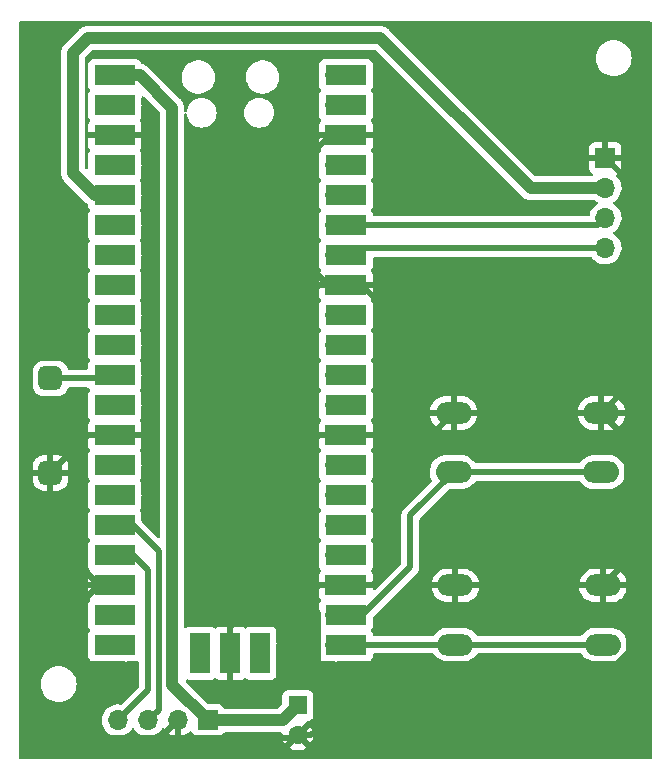
<source format=gbr>
%TF.GenerationSoftware,KiCad,Pcbnew,6.0.7+dfsg-3*%
%TF.CreationDate,2022-12-10T17:15:55-08:00*%
%TF.ProjectId,matrix_clock_kicad,6d617472-6978-45f6-936c-6f636b5f6b69,rev?*%
%TF.SameCoordinates,PX69fa208PY4509570*%
%TF.FileFunction,Copper,L2,Bot*%
%TF.FilePolarity,Positive*%
%FSLAX46Y46*%
G04 Gerber Fmt 4.6, Leading zero omitted, Abs format (unit mm)*
G04 Created by KiCad (PCBNEW 6.0.7+dfsg-3) date 2022-12-10 17:15:55*
%MOMM*%
%LPD*%
G01*
G04 APERTURE LIST*
G04 Aperture macros list*
%AMRoundRect*
0 Rectangle with rounded corners*
0 $1 Rounding radius*
0 $2 $3 $4 $5 $6 $7 $8 $9 X,Y pos of 4 corners*
0 Add a 4 corners polygon primitive as box body*
4,1,4,$2,$3,$4,$5,$6,$7,$8,$9,$2,$3,0*
0 Add four circle primitives for the rounded corners*
1,1,$1+$1,$2,$3*
1,1,$1+$1,$4,$5*
1,1,$1+$1,$6,$7*
1,1,$1+$1,$8,$9*
0 Add four rect primitives between the rounded corners*
20,1,$1+$1,$2,$3,$4,$5,0*
20,1,$1+$1,$4,$5,$6,$7,0*
20,1,$1+$1,$6,$7,$8,$9,0*
20,1,$1+$1,$8,$9,$2,$3,0*%
G04 Aperture macros list end*
%TA.AperFunction,ComponentPad*%
%ADD10O,1.700000X1.700000*%
%TD*%
%TA.AperFunction,SMDPad,CuDef*%
%ADD11R,3.500000X1.700000*%
%TD*%
%TA.AperFunction,ComponentPad*%
%ADD12R,1.700000X1.700000*%
%TD*%
%TA.AperFunction,SMDPad,CuDef*%
%ADD13R,1.700000X3.500000*%
%TD*%
%TA.AperFunction,ComponentPad*%
%ADD14O,3.048000X1.850000*%
%TD*%
%TA.AperFunction,ComponentPad*%
%ADD15R,1.600000X1.600000*%
%TD*%
%TA.AperFunction,ComponentPad*%
%ADD16C,1.600000*%
%TD*%
%TA.AperFunction,SMDPad,CuDef*%
%ADD17RoundRect,0.500000X-0.500000X-0.500000X0.500000X-0.500000X0.500000X0.500000X-0.500000X0.500000X0*%
%TD*%
%TA.AperFunction,Conductor*%
%ADD18C,0.500000*%
%TD*%
%TA.AperFunction,Conductor*%
%ADD19C,1.000000*%
%TD*%
G04 APERTURE END LIST*
D10*
%TO.P,U1,1,GPIO0*%
%TO.N,unconnected-(U1-Pad1)*%
X27305000Y-5080000D03*
D11*
X28205000Y-5080000D03*
D10*
%TO.P,U1,2,GPIO1*%
%TO.N,unconnected-(U1-Pad2)*%
X27305000Y-7620000D03*
D11*
X28205000Y-7620000D03*
%TO.P,U1,3,GND*%
%TO.N,GND*%
X28205000Y-10160000D03*
D12*
X27305000Y-10160000D03*
D10*
%TO.P,U1,4,GPIO2*%
%TO.N,unconnected-(U1-Pad4)*%
X27305000Y-12700000D03*
D11*
X28205000Y-12700000D03*
D10*
%TO.P,U1,5,GPIO3*%
%TO.N,unconnected-(U1-Pad5)*%
X27305000Y-15240000D03*
D11*
X28205000Y-15240000D03*
D10*
%TO.P,U1,6,GPIO4*%
%TO.N,/SDA*%
X27305000Y-17780000D03*
D11*
X28205000Y-17780000D03*
%TO.P,U1,7,GPIO5*%
%TO.N,/SCL*%
X28205000Y-20320000D03*
D10*
X27305000Y-20320000D03*
D12*
%TO.P,U1,8,GND*%
%TO.N,GND*%
X27305000Y-22860000D03*
D11*
X28205000Y-22860000D03*
%TO.P,U1,9,GPIO6*%
%TO.N,unconnected-(U1-Pad9)*%
X28205000Y-25400000D03*
D10*
X27305000Y-25400000D03*
%TO.P,U1,10,GPIO7*%
%TO.N,unconnected-(U1-Pad10)*%
X27305000Y-27940000D03*
D11*
X28205000Y-27940000D03*
%TO.P,U1,11,GPIO8*%
%TO.N,unconnected-(U1-Pad11)*%
X28205000Y-30480000D03*
D10*
X27305000Y-30480000D03*
%TO.P,U1,12,GPIO9*%
%TO.N,unconnected-(U1-Pad12)*%
X27305000Y-33020000D03*
D11*
X28205000Y-33020000D03*
D12*
%TO.P,U1,13,GND*%
%TO.N,GND*%
X27305000Y-35560000D03*
D11*
X28205000Y-35560000D03*
%TO.P,U1,14,GPIO10*%
%TO.N,unconnected-(U1-Pad14)*%
X28205000Y-38100000D03*
D10*
X27305000Y-38100000D03*
%TO.P,U1,15,GPIO11*%
%TO.N,unconnected-(U1-Pad15)*%
X27305000Y-40640000D03*
D11*
X28205000Y-40640000D03*
%TO.P,U1,16,GPIO12*%
%TO.N,unconnected-(U1-Pad16)*%
X28205000Y-43180000D03*
D10*
X27305000Y-43180000D03*
D11*
%TO.P,U1,17,GPIO13*%
%TO.N,unconnected-(U1-Pad17)*%
X28205000Y-45720000D03*
D10*
X27305000Y-45720000D03*
D11*
%TO.P,U1,18,GND*%
%TO.N,GND*%
X28205000Y-48260000D03*
D12*
X27305000Y-48260000D03*
D10*
%TO.P,U1,19,GPIO14*%
%TO.N,/SEL*%
X27305000Y-50800000D03*
D11*
X28205000Y-50800000D03*
%TO.P,U1,20,GPIO15*%
%TO.N,/INC*%
X28205000Y-53340000D03*
D10*
X27305000Y-53340000D03*
D11*
%TO.P,U1,21,GPIO16*%
%TO.N,unconnected-(U1-Pad21)*%
X8625000Y-53340000D03*
D10*
X9525000Y-53340000D03*
D11*
%TO.P,U1,22,GPIO17*%
%TO.N,unconnected-(U1-Pad22)*%
X8625000Y-50800000D03*
D10*
X9525000Y-50800000D03*
D11*
%TO.P,U1,23,GND*%
%TO.N,GND*%
X8625000Y-48260000D03*
D12*
X9525000Y-48260000D03*
D10*
%TO.P,U1,24,GPIO18*%
%TO.N,/CIN*%
X9525000Y-45720000D03*
D11*
X8625000Y-45720000D03*
%TO.P,U1,25,GPIO19*%
%TO.N,/DIN*%
X8625000Y-43180000D03*
D10*
X9525000Y-43180000D03*
D11*
%TO.P,U1,26,GPIO20*%
%TO.N,unconnected-(U1-Pad26)*%
X8625000Y-40640000D03*
D10*
X9525000Y-40640000D03*
%TO.P,U1,27,GPIO21*%
%TO.N,unconnected-(U1-Pad27)*%
X9525000Y-38100000D03*
D11*
X8625000Y-38100000D03*
D12*
%TO.P,U1,28,GND*%
%TO.N,GND*%
X9525000Y-35560000D03*
D11*
X8625000Y-35560000D03*
D10*
%TO.P,U1,29,GPIO22*%
%TO.N,unconnected-(U1-Pad29)*%
X9525000Y-33020000D03*
D11*
X8625000Y-33020000D03*
%TO.P,U1,30,RUN*%
%TO.N,/RUN*%
X8625000Y-30480000D03*
D10*
X9525000Y-30480000D03*
%TO.P,U1,31,GPIO26_ADC0*%
%TO.N,unconnected-(U1-Pad31)*%
X9525000Y-27940000D03*
D11*
X8625000Y-27940000D03*
D10*
%TO.P,U1,32,GPIO27_ADC1*%
%TO.N,unconnected-(U1-Pad32)*%
X9525000Y-25400000D03*
D11*
X8625000Y-25400000D03*
%TO.P,U1,33,AGND*%
%TO.N,unconnected-(U1-Pad33)*%
X8625000Y-22860000D03*
D12*
X9525000Y-22860000D03*
D11*
%TO.P,U1,34,GPIO28_ADC2*%
%TO.N,unconnected-(U1-Pad34)*%
X8625000Y-20320000D03*
D10*
X9525000Y-20320000D03*
D11*
%TO.P,U1,35,ADC_VREF*%
%TO.N,unconnected-(U1-Pad35)*%
X8625000Y-17780000D03*
D10*
X9525000Y-17780000D03*
%TO.P,U1,36,3V3*%
%TO.N,/3.3V*%
X9525000Y-15240000D03*
D11*
X8625000Y-15240000D03*
%TO.P,U1,37,3V3_EN*%
%TO.N,unconnected-(U1-Pad37)*%
X8625000Y-12700000D03*
D10*
X9525000Y-12700000D03*
D11*
%TO.P,U1,38,GND*%
%TO.N,GND*%
X8625000Y-10160000D03*
D12*
X9525000Y-10160000D03*
D11*
%TO.P,U1,39,VSYS*%
%TO.N,unconnected-(U1-Pad39)*%
X8625000Y-7620000D03*
D10*
X9525000Y-7620000D03*
%TO.P,U1,40,VBUS*%
%TO.N,/5V*%
X9525000Y-5080000D03*
D11*
X8625000Y-5080000D03*
D13*
%TO.P,U1,41,SWCLK*%
%TO.N,unconnected-(U1-Pad41)*%
X20955000Y-54010000D03*
D10*
X20955000Y-53110000D03*
D12*
%TO.P,U1,42,GND*%
%TO.N,GND*%
X18415000Y-53110000D03*
D13*
X18415000Y-54010000D03*
D10*
%TO.P,U1,43,SWDIO*%
%TO.N,unconnected-(U1-Pad43)*%
X15875000Y-53110000D03*
D13*
X15875000Y-54010000D03*
%TD*%
D14*
%TO.P,SW2,1,A*%
%TO.N,/INC*%
X49965000Y-53260000D03*
X37465000Y-53260000D03*
%TO.P,SW2,2,B*%
%TO.N,GND*%
X49965000Y-48260000D03*
X37465000Y-48260000D03*
%TD*%
%TO.P,SW1,1,A*%
%TO.N,/SEL*%
X49820000Y-38655000D03*
X37320000Y-38655000D03*
%TO.P,SW1,2,B*%
%TO.N,GND*%
X49820000Y-33655000D03*
X37320000Y-33655000D03*
%TD*%
D15*
%TO.P,C1,1*%
%TO.N,/5V*%
X24130000Y-58420000D03*
D16*
%TO.P,C1,2*%
%TO.N,GND*%
X24130000Y-60920000D03*
%TD*%
D12*
%TO.P,J2,1,Pin_1*%
%TO.N,GND*%
X50165000Y-12075000D03*
D10*
%TO.P,J2,2,Pin_2*%
%TO.N,/3.3V*%
X50165000Y-14615000D03*
%TO.P,J2,3,Pin_3*%
%TO.N,/SDA*%
X50165000Y-17155000D03*
%TO.P,J2,4,Pin_4*%
%TO.N,/SCL*%
X50165000Y-19695000D03*
%TD*%
D12*
%TO.P,J1,1,Pin_1*%
%TO.N,/5V*%
X16510000Y-59690000D03*
D10*
%TO.P,J1,2,Pin_2*%
%TO.N,GND*%
X13970000Y-59690000D03*
%TO.P,J1,3,Pin_3*%
%TO.N,/DIN*%
X11430000Y-59690000D03*
%TO.P,J1,4,Pin_4*%
%TO.N,/CIN*%
X8890000Y-59690000D03*
%TD*%
D17*
%TO.P,SW3,1,A*%
%TO.N,/RUN*%
X3175000Y-30735000D03*
%TO.P,SW3,2,B*%
%TO.N,GND*%
X3175000Y-38735000D03*
%TD*%
D18*
%TO.N,GND*%
X25805000Y-56920000D02*
X25805000Y-50570000D01*
X25805000Y-60376370D02*
X25805000Y-56920000D01*
X25805000Y-56920000D02*
X49131386Y-56920000D01*
X49131386Y-56920000D02*
X52139000Y-53912386D01*
X21915000Y-48260000D02*
X23495000Y-48260000D01*
X25261370Y-60920000D02*
X25805000Y-60376370D01*
X23495000Y-48260000D02*
X27305000Y-48260000D01*
X24130000Y-60920000D02*
X25261370Y-60920000D01*
X25805000Y-50570000D02*
X23495000Y-48260000D01*
D19*
%TO.N,/5V*%
X16510000Y-59690000D02*
X22860000Y-59690000D01*
X22860000Y-59690000D02*
X24130000Y-58420000D01*
X9525000Y-5080000D02*
X10727081Y-5080000D01*
X10727081Y-5080000D02*
X13480000Y-7832919D01*
X13480000Y-7832919D02*
X13480000Y-56660000D01*
X13480000Y-56660000D02*
X16510000Y-59690000D01*
D18*
%TO.N,GND*%
X18415000Y-53110000D02*
X18415000Y-51760000D01*
X18415000Y-51760000D02*
X21915000Y-48260000D01*
X12470000Y-61190000D02*
X23860000Y-61190000D01*
X23860000Y-61190000D02*
X24130000Y-60920000D01*
X7265000Y-48260000D02*
X5715000Y-49810000D01*
X7080738Y-61190000D02*
X12470000Y-61190000D01*
X5715000Y-49810000D02*
X5715000Y-59824262D01*
X5715000Y-59824262D02*
X7080738Y-61190000D01*
X12470000Y-61190000D02*
X13970000Y-59690000D01*
%TO.N,/DIN*%
X11430000Y-59690000D02*
X12330000Y-58790000D01*
X12330000Y-58790000D02*
X12330000Y-45350000D01*
X12330000Y-45350000D02*
X10160000Y-43180000D01*
X10160000Y-43180000D02*
X9525000Y-43180000D01*
%TO.N,/CIN*%
X11430000Y-57150000D02*
X11430000Y-46990000D01*
X8890000Y-59690000D02*
X11430000Y-57150000D01*
X11430000Y-46990000D02*
X10160000Y-45720000D01*
X10160000Y-45720000D02*
X9525000Y-45720000D01*
%TO.N,GND*%
X50165000Y-12075000D02*
X52304261Y-14214261D01*
X52304261Y-31170739D02*
X49820000Y-33655000D01*
X52304261Y-14214261D02*
X52304261Y-31170739D01*
X27305000Y-10160000D02*
X26845000Y-10160000D01*
X25400000Y-21590000D02*
X26670000Y-22860000D01*
X26845000Y-10160000D02*
X25400000Y-11605000D01*
X26670000Y-22860000D02*
X27305000Y-22860000D01*
X25400000Y-11605000D02*
X25400000Y-21590000D01*
X9525000Y-10160000D02*
X9985000Y-10160000D01*
D19*
%TO.N,/3.3V*%
X50165000Y-14615000D02*
X43825000Y-14615000D01*
X43825000Y-14615000D02*
X31115000Y-1905000D01*
X31115000Y-1905000D02*
X6350000Y-1905000D01*
X6350000Y-1905000D02*
X5080000Y-3175000D01*
X5080000Y-13335000D02*
X6985000Y-15240000D01*
X6985000Y-15240000D02*
X9525000Y-15240000D01*
X5080000Y-3175000D02*
X5080000Y-13335000D01*
D18*
%TO.N,/SDA*%
X27305000Y-17780000D02*
X49540000Y-17780000D01*
X49540000Y-17780000D02*
X50165000Y-17155000D01*
%TO.N,/SCL*%
X27305000Y-20320000D02*
X27930000Y-19695000D01*
X27930000Y-19695000D02*
X50165000Y-19695000D01*
%TO.N,GND*%
X27305000Y-22860000D02*
X29565000Y-22860000D01*
X29565000Y-22860000D02*
X31115000Y-24410000D01*
X31115000Y-24410000D02*
X31115000Y-35560000D01*
X52139000Y-53912386D02*
X52139000Y-46376000D01*
X52139000Y-46376000D02*
X51994000Y-46231000D01*
X31115000Y-35560000D02*
X27305000Y-35560000D01*
X35415000Y-35560000D02*
X31115000Y-35560000D01*
X31115000Y-35560000D02*
X31115000Y-47625000D01*
X31115000Y-47625000D02*
X30480000Y-48260000D01*
X30480000Y-48260000D02*
X27305000Y-48260000D01*
X37320000Y-33655000D02*
X35415000Y-35560000D01*
X49820000Y-33655000D02*
X37320000Y-33655000D01*
X49965000Y-48260000D02*
X51994000Y-46231000D01*
X51994000Y-46231000D02*
X51994000Y-35829000D01*
X51994000Y-35829000D02*
X49820000Y-33655000D01*
X37465000Y-48260000D02*
X49965000Y-48260000D01*
%TO.N,/SEL*%
X37320000Y-38655000D02*
X49820000Y-38655000D01*
X27305000Y-50800000D02*
X29565000Y-50800000D01*
X29565000Y-50800000D02*
X33655000Y-46710000D01*
X33655000Y-46710000D02*
X33655000Y-42320000D01*
X33655000Y-42320000D02*
X37320000Y-38655000D01*
%TO.N,/INC*%
X37465000Y-53260000D02*
X49965000Y-53260000D01*
X27305000Y-53340000D02*
X27385000Y-53260000D01*
X27385000Y-53260000D02*
X37465000Y-53260000D01*
%TO.N,GND*%
X3175000Y-38735000D02*
X3175000Y-44170000D01*
X3175000Y-44170000D02*
X7265000Y-48260000D01*
X3175000Y-38735000D02*
X6350000Y-35560000D01*
X6350000Y-35560000D02*
X9525000Y-35560000D01*
%TO.N,/RUN*%
X8000000Y-30735000D02*
X8890000Y-29845000D01*
X3175000Y-30735000D02*
X8000000Y-30735000D01*
%TO.N,GND*%
X9525000Y-48260000D02*
X7265000Y-48260000D01*
%TD*%
%TA.AperFunction,Conductor*%
%TO.N,GND*%
G36*
X54043621Y-528502D02*
G01*
X54090114Y-582158D01*
X54101500Y-634500D01*
X54101500Y-62865500D01*
X54081498Y-62933621D01*
X54027842Y-62980114D01*
X53975500Y-62991500D01*
X634500Y-62991500D01*
X566379Y-62971498D01*
X519886Y-62917842D01*
X508500Y-62865500D01*
X508500Y-62006062D01*
X23408493Y-62006062D01*
X23417789Y-62018077D01*
X23468994Y-62053931D01*
X23478489Y-62059414D01*
X23675947Y-62151490D01*
X23686239Y-62155236D01*
X23896688Y-62211625D01*
X23907481Y-62213528D01*
X24124525Y-62232517D01*
X24135475Y-62232517D01*
X24352519Y-62213528D01*
X24363312Y-62211625D01*
X24573761Y-62155236D01*
X24584053Y-62151490D01*
X24781511Y-62059414D01*
X24791006Y-62053931D01*
X24843048Y-62017491D01*
X24851424Y-62007012D01*
X24844356Y-61993566D01*
X24142812Y-61292022D01*
X24128868Y-61284408D01*
X24127035Y-61284539D01*
X24120420Y-61288790D01*
X23414923Y-61994287D01*
X23408493Y-62006062D01*
X508500Y-62006062D01*
X508500Y-56610000D01*
X2361835Y-56610000D01*
X2380465Y-56846711D01*
X2381619Y-56851518D01*
X2381620Y-56851524D01*
X2411601Y-56976401D01*
X2435895Y-57077594D01*
X2437788Y-57082165D01*
X2437789Y-57082167D01*
X2513073Y-57263919D01*
X2526760Y-57296963D01*
X2529346Y-57301183D01*
X2648241Y-57495202D01*
X2648245Y-57495208D01*
X2650824Y-57499416D01*
X2805031Y-57679969D01*
X2985584Y-57834176D01*
X2989792Y-57836755D01*
X2989798Y-57836759D01*
X3183817Y-57955654D01*
X3188037Y-57958240D01*
X3192607Y-57960133D01*
X3192611Y-57960135D01*
X3402833Y-58047211D01*
X3407406Y-58049105D01*
X3487609Y-58068360D01*
X3633476Y-58103380D01*
X3633482Y-58103381D01*
X3638289Y-58104535D01*
X3875000Y-58123165D01*
X4111711Y-58104535D01*
X4116518Y-58103381D01*
X4116524Y-58103380D01*
X4262391Y-58068360D01*
X4342594Y-58049105D01*
X4347167Y-58047211D01*
X4557389Y-57960135D01*
X4557393Y-57960133D01*
X4561963Y-57958240D01*
X4566183Y-57955654D01*
X4760202Y-57836759D01*
X4760208Y-57836755D01*
X4764416Y-57834176D01*
X4944969Y-57679969D01*
X5099176Y-57499416D01*
X5101755Y-57495208D01*
X5101759Y-57495202D01*
X5220654Y-57301183D01*
X5223240Y-57296963D01*
X5236928Y-57263919D01*
X5312211Y-57082167D01*
X5312212Y-57082165D01*
X5314105Y-57077594D01*
X5338399Y-56976401D01*
X5368380Y-56851524D01*
X5368381Y-56851518D01*
X5369535Y-56846711D01*
X5388165Y-56610000D01*
X5369535Y-56373289D01*
X5361581Y-56340155D01*
X5331131Y-56213324D01*
X5314105Y-56142406D01*
X5303201Y-56116081D01*
X5225135Y-55927611D01*
X5225133Y-55927607D01*
X5223240Y-55923037D01*
X5220654Y-55918817D01*
X5101759Y-55724798D01*
X5101755Y-55724792D01*
X5099176Y-55720584D01*
X4944969Y-55540031D01*
X4764416Y-55385824D01*
X4760208Y-55383245D01*
X4760202Y-55383241D01*
X4566183Y-55264346D01*
X4561963Y-55261760D01*
X4557393Y-55259867D01*
X4557389Y-55259865D01*
X4347167Y-55172789D01*
X4347165Y-55172788D01*
X4342594Y-55170895D01*
X4262391Y-55151640D01*
X4116524Y-55116620D01*
X4116518Y-55116619D01*
X4111711Y-55115465D01*
X3875000Y-55096835D01*
X3638289Y-55115465D01*
X3633482Y-55116619D01*
X3633476Y-55116620D01*
X3487609Y-55151640D01*
X3407406Y-55170895D01*
X3402835Y-55172788D01*
X3402833Y-55172789D01*
X3192611Y-55259865D01*
X3192607Y-55259867D01*
X3188037Y-55261760D01*
X3183817Y-55264346D01*
X2989798Y-55383241D01*
X2989792Y-55383245D01*
X2985584Y-55385824D01*
X2805031Y-55540031D01*
X2650824Y-55720584D01*
X2648245Y-55724792D01*
X2648241Y-55724798D01*
X2529346Y-55918817D01*
X2526760Y-55923037D01*
X2524867Y-55927607D01*
X2524865Y-55927611D01*
X2446799Y-56116081D01*
X2435895Y-56142406D01*
X2418869Y-56213324D01*
X2388420Y-56340155D01*
X2380465Y-56373289D01*
X2362308Y-56603995D01*
X2361835Y-56610000D01*
X508500Y-56610000D01*
X508500Y-54238134D01*
X6366500Y-54238134D01*
X6373255Y-54300316D01*
X6424385Y-54436705D01*
X6511739Y-54553261D01*
X6628295Y-54640615D01*
X6764684Y-54691745D01*
X6826866Y-54698500D01*
X9495826Y-54698500D01*
X9500443Y-54698585D01*
X9581673Y-54701564D01*
X9581677Y-54701564D01*
X9586837Y-54701753D01*
X9591957Y-54701097D01*
X9591959Y-54701097D01*
X9604261Y-54699521D01*
X9620271Y-54698500D01*
X10423134Y-54698500D01*
X10485316Y-54691745D01*
X10501270Y-54685764D01*
X10572077Y-54680581D01*
X10634446Y-54714501D01*
X10668575Y-54776757D01*
X10671500Y-54803746D01*
X10671500Y-56783629D01*
X10651498Y-56851750D01*
X10634595Y-56872724D01*
X9197296Y-58310023D01*
X9134984Y-58344049D01*
X9086105Y-58344975D01*
X9018284Y-58332894D01*
X8944452Y-58331992D01*
X8800081Y-58330228D01*
X8800079Y-58330228D01*
X8794911Y-58330165D01*
X8574091Y-58363955D01*
X8361756Y-58433357D01*
X8357164Y-58435747D01*
X8357165Y-58435747D01*
X8191598Y-58521936D01*
X8163607Y-58536507D01*
X8159474Y-58539610D01*
X8159471Y-58539612D01*
X8019647Y-58644595D01*
X7984965Y-58670635D01*
X7830629Y-58832138D01*
X7827715Y-58836410D01*
X7827714Y-58836411D01*
X7806047Y-58868174D01*
X7704743Y-59016680D01*
X7702564Y-59021375D01*
X7613283Y-59213715D01*
X7610688Y-59219305D01*
X7550989Y-59434570D01*
X7527251Y-59656695D01*
X7527548Y-59661848D01*
X7527548Y-59661851D01*
X7531051Y-59722598D01*
X7540110Y-59879715D01*
X7541247Y-59884761D01*
X7541248Y-59884767D01*
X7562275Y-59978069D01*
X7589222Y-60097639D01*
X7673266Y-60304616D01*
X7712821Y-60369164D01*
X7787291Y-60490688D01*
X7789987Y-60495088D01*
X7936250Y-60663938D01*
X8108126Y-60806632D01*
X8301000Y-60919338D01*
X8509692Y-60999030D01*
X8514760Y-61000061D01*
X8514763Y-61000062D01*
X8609862Y-61019410D01*
X8728597Y-61043567D01*
X8733772Y-61043757D01*
X8733774Y-61043757D01*
X8946673Y-61051564D01*
X8946677Y-61051564D01*
X8951837Y-61051753D01*
X8956957Y-61051097D01*
X8956959Y-61051097D01*
X9168288Y-61024025D01*
X9168289Y-61024025D01*
X9173416Y-61023368D01*
X9178366Y-61021883D01*
X9382429Y-60960661D01*
X9382434Y-60960659D01*
X9387384Y-60959174D01*
X9587994Y-60860896D01*
X9769860Y-60731173D01*
X9782576Y-60718502D01*
X9924435Y-60577137D01*
X9928096Y-60573489D01*
X9987594Y-60490689D01*
X10058453Y-60392077D01*
X10059776Y-60393028D01*
X10106645Y-60349857D01*
X10176580Y-60337625D01*
X10242026Y-60365144D01*
X10269875Y-60396994D01*
X10329987Y-60495088D01*
X10476250Y-60663938D01*
X10648126Y-60806632D01*
X10841000Y-60919338D01*
X11049692Y-60999030D01*
X11054760Y-61000061D01*
X11054763Y-61000062D01*
X11149862Y-61019410D01*
X11268597Y-61043567D01*
X11273772Y-61043757D01*
X11273774Y-61043757D01*
X11486673Y-61051564D01*
X11486677Y-61051564D01*
X11491837Y-61051753D01*
X11496957Y-61051097D01*
X11496959Y-61051097D01*
X11708288Y-61024025D01*
X11708289Y-61024025D01*
X11713416Y-61023368D01*
X11718366Y-61021883D01*
X11922429Y-60960661D01*
X11922434Y-60960659D01*
X11927384Y-60959174D01*
X12127994Y-60860896D01*
X12309860Y-60731173D01*
X12322576Y-60718502D01*
X12464435Y-60577137D01*
X12468096Y-60573489D01*
X12527594Y-60490689D01*
X12598453Y-60392077D01*
X12599640Y-60392930D01*
X12646960Y-60349362D01*
X12716897Y-60337145D01*
X12782338Y-60364678D01*
X12810166Y-60396511D01*
X12867694Y-60490388D01*
X12873777Y-60498699D01*
X13013213Y-60659667D01*
X13020580Y-60666883D01*
X13184434Y-60802916D01*
X13192881Y-60808831D01*
X13376756Y-60916279D01*
X13386042Y-60920729D01*
X13585001Y-60996703D01*
X13594899Y-60999579D01*
X13698250Y-61020606D01*
X13712299Y-61019410D01*
X13716000Y-61009065D01*
X13716000Y-59562000D01*
X13736002Y-59493879D01*
X13789658Y-59447386D01*
X13842000Y-59436000D01*
X14098000Y-59436000D01*
X14166121Y-59456002D01*
X14212614Y-59509658D01*
X14224000Y-59562000D01*
X14224000Y-61008517D01*
X14228064Y-61022359D01*
X14241478Y-61024393D01*
X14248184Y-61023534D01*
X14258262Y-61021392D01*
X14462255Y-60960191D01*
X14471842Y-60956433D01*
X14663095Y-60862739D01*
X14671945Y-60857464D01*
X14845328Y-60733792D01*
X14853193Y-60727145D01*
X14957897Y-60622805D01*
X15020268Y-60588889D01*
X15091075Y-60594077D01*
X15147837Y-60636723D01*
X15164819Y-60667826D01*
X15171665Y-60686087D01*
X15209385Y-60786705D01*
X15296739Y-60903261D01*
X15413295Y-60990615D01*
X15549684Y-61041745D01*
X15611866Y-61048500D01*
X17408134Y-61048500D01*
X17470316Y-61041745D01*
X17606705Y-60990615D01*
X17723261Y-60903261D01*
X17810615Y-60786705D01*
X17813767Y-60778296D01*
X17818077Y-60770425D01*
X17819741Y-60771336D01*
X17855663Y-60723510D01*
X17922224Y-60698807D01*
X17931009Y-60698500D01*
X22698877Y-60698500D01*
X22766998Y-60718502D01*
X22813491Y-60772158D01*
X22824398Y-60835481D01*
X22817483Y-60914524D01*
X22817483Y-60925475D01*
X22836472Y-61142519D01*
X22838375Y-61153312D01*
X22894764Y-61363761D01*
X22898510Y-61374053D01*
X22990586Y-61571511D01*
X22996069Y-61581006D01*
X23032509Y-61633048D01*
X23042988Y-61641424D01*
X23056434Y-61634356D01*
X23769658Y-60921132D01*
X24494408Y-60921132D01*
X24494539Y-60922965D01*
X24498790Y-60929580D01*
X25204287Y-61635077D01*
X25216062Y-61641507D01*
X25228077Y-61632211D01*
X25263931Y-61581006D01*
X25269414Y-61571511D01*
X25361490Y-61374053D01*
X25365236Y-61363761D01*
X25421625Y-61153312D01*
X25423528Y-61142519D01*
X25442517Y-60925475D01*
X25442517Y-60914525D01*
X25423528Y-60697481D01*
X25421625Y-60686688D01*
X25365236Y-60476239D01*
X25361490Y-60465947D01*
X25269414Y-60268489D01*
X25263931Y-60258994D01*
X25227491Y-60206952D01*
X25217012Y-60198576D01*
X25203566Y-60205644D01*
X24502022Y-60907188D01*
X24494408Y-60921132D01*
X23769658Y-60921132D01*
X24845077Y-59845713D01*
X24867871Y-59803971D01*
X24870047Y-59793971D01*
X24920253Y-59743773D01*
X24973814Y-59728549D01*
X24974719Y-59728500D01*
X24978134Y-59728500D01*
X24981530Y-59728131D01*
X24981532Y-59728131D01*
X24993879Y-59726790D01*
X25040316Y-59721745D01*
X25176705Y-59670615D01*
X25293261Y-59583261D01*
X25380615Y-59466705D01*
X25431745Y-59330316D01*
X25438500Y-59268134D01*
X25438500Y-57571866D01*
X25431745Y-57509684D01*
X25380615Y-57373295D01*
X25293261Y-57256739D01*
X25176705Y-57169385D01*
X25040316Y-57118255D01*
X24978134Y-57111500D01*
X23281866Y-57111500D01*
X23219684Y-57118255D01*
X23083295Y-57169385D01*
X22966739Y-57256739D01*
X22879385Y-57373295D01*
X22828255Y-57509684D01*
X22821500Y-57571866D01*
X22821500Y-58250074D01*
X22801498Y-58318195D01*
X22784596Y-58339169D01*
X22479171Y-58644595D01*
X22416858Y-58678620D01*
X22390075Y-58681500D01*
X17931009Y-58681500D01*
X17862888Y-58661498D01*
X17816395Y-58607842D01*
X17814097Y-58602306D01*
X17813768Y-58601704D01*
X17810615Y-58593295D01*
X17723261Y-58476739D01*
X17606705Y-58389385D01*
X17470316Y-58338255D01*
X17408134Y-58331500D01*
X16629925Y-58331500D01*
X16561804Y-58311498D01*
X16540830Y-58294595D01*
X15612344Y-57366109D01*
X14675294Y-56429060D01*
X14641269Y-56366748D01*
X14646333Y-56295933D01*
X14688880Y-56239097D01*
X14755400Y-56214286D01*
X14808618Y-56221983D01*
X14907282Y-56258971D01*
X14907288Y-56258973D01*
X14914684Y-56261745D01*
X14976866Y-56268500D01*
X16773134Y-56268500D01*
X16835316Y-56261745D01*
X16971705Y-56210615D01*
X17069851Y-56137058D01*
X17136358Y-56112210D01*
X17205741Y-56127263D01*
X17220982Y-56137058D01*
X17311351Y-56204786D01*
X17326946Y-56213324D01*
X17447394Y-56258478D01*
X17462649Y-56262105D01*
X17513514Y-56267631D01*
X17520328Y-56268000D01*
X18142885Y-56268000D01*
X18158124Y-56263525D01*
X18159329Y-56262135D01*
X18161000Y-56254452D01*
X18161000Y-56249884D01*
X18669000Y-56249884D01*
X18673475Y-56265123D01*
X18674865Y-56266328D01*
X18682548Y-56267999D01*
X19309669Y-56267999D01*
X19316490Y-56267629D01*
X19367352Y-56262105D01*
X19382604Y-56258479D01*
X19503054Y-56213324D01*
X19518649Y-56204786D01*
X19609018Y-56137058D01*
X19675525Y-56112210D01*
X19744907Y-56127263D01*
X19760148Y-56137058D01*
X19858295Y-56210615D01*
X19994684Y-56261745D01*
X20056866Y-56268500D01*
X21853134Y-56268500D01*
X21915316Y-56261745D01*
X22051705Y-56210615D01*
X22168261Y-56123261D01*
X22255615Y-56006705D01*
X22306745Y-55870316D01*
X22313500Y-55808134D01*
X22313500Y-53306695D01*
X25942251Y-53306695D01*
X25942548Y-53311848D01*
X25942548Y-53311851D01*
X25946291Y-53376763D01*
X25946500Y-53384016D01*
X25946500Y-54238134D01*
X25953255Y-54300316D01*
X26004385Y-54436705D01*
X26091739Y-54553261D01*
X26208295Y-54640615D01*
X26344684Y-54691745D01*
X26406866Y-54698500D01*
X27275826Y-54698500D01*
X27280443Y-54698585D01*
X27361673Y-54701564D01*
X27361677Y-54701564D01*
X27366837Y-54701753D01*
X27371957Y-54701097D01*
X27371959Y-54701097D01*
X27384261Y-54699521D01*
X27400271Y-54698500D01*
X30003134Y-54698500D01*
X30065316Y-54691745D01*
X30201705Y-54640615D01*
X30318261Y-54553261D01*
X30405615Y-54436705D01*
X30456745Y-54300316D01*
X30463500Y-54238134D01*
X30463500Y-54144500D01*
X30483502Y-54076379D01*
X30537158Y-54029886D01*
X30589500Y-54018500D01*
X35579863Y-54018500D01*
X35647984Y-54038502D01*
X35680623Y-54068847D01*
X35790358Y-54215000D01*
X35794096Y-54218572D01*
X35879636Y-54300316D01*
X35960777Y-54377857D01*
X36155508Y-54510693D01*
X36160192Y-54512867D01*
X36160195Y-54512869D01*
X36364628Y-54607764D01*
X36364633Y-54607766D01*
X36369319Y-54609941D01*
X36596468Y-54672935D01*
X36601605Y-54673484D01*
X36785563Y-54693144D01*
X36785571Y-54693144D01*
X36788898Y-54693500D01*
X38123757Y-54693500D01*
X38126330Y-54693288D01*
X38126341Y-54693288D01*
X38293779Y-54679522D01*
X38293785Y-54679521D01*
X38298930Y-54679098D01*
X38527551Y-54621673D01*
X38743723Y-54527678D01*
X38941641Y-54399640D01*
X38965581Y-54377857D01*
X39112167Y-54244473D01*
X39112168Y-54244471D01*
X39115989Y-54240995D01*
X39119188Y-54236944D01*
X39119192Y-54236940D01*
X39253870Y-54066408D01*
X39311787Y-54025345D01*
X39352752Y-54018500D01*
X48079863Y-54018500D01*
X48147984Y-54038502D01*
X48180623Y-54068847D01*
X48290358Y-54215000D01*
X48294096Y-54218572D01*
X48379636Y-54300316D01*
X48460777Y-54377857D01*
X48655508Y-54510693D01*
X48660192Y-54512867D01*
X48660195Y-54512869D01*
X48864628Y-54607764D01*
X48864633Y-54607766D01*
X48869319Y-54609941D01*
X49096468Y-54672935D01*
X49101605Y-54673484D01*
X49285563Y-54693144D01*
X49285571Y-54693144D01*
X49288898Y-54693500D01*
X50623757Y-54693500D01*
X50626330Y-54693288D01*
X50626341Y-54693288D01*
X50793779Y-54679522D01*
X50793785Y-54679521D01*
X50798930Y-54679098D01*
X51027551Y-54621673D01*
X51243723Y-54527678D01*
X51441641Y-54399640D01*
X51465581Y-54377857D01*
X51612167Y-54244473D01*
X51612168Y-54244471D01*
X51615989Y-54240995D01*
X51619188Y-54236944D01*
X51619192Y-54236940D01*
X51758883Y-54060061D01*
X51758885Y-54060057D01*
X51762085Y-54056006D01*
X51876005Y-53849639D01*
X51954691Y-53627436D01*
X51996029Y-53395367D01*
X51998909Y-53159661D01*
X51963253Y-52926651D01*
X51890020Y-52702593D01*
X51847005Y-52619962D01*
X51783564Y-52498093D01*
X51783563Y-52498092D01*
X51781175Y-52493504D01*
X51759019Y-52463994D01*
X51642747Y-52309135D01*
X51642745Y-52309132D01*
X51639642Y-52305000D01*
X51545759Y-52215283D01*
X51472960Y-52145714D01*
X51472959Y-52145713D01*
X51469223Y-52142143D01*
X51274492Y-52009307D01*
X51269808Y-52007133D01*
X51269805Y-52007131D01*
X51065372Y-51912236D01*
X51065367Y-51912234D01*
X51060681Y-51910059D01*
X50833532Y-51847065D01*
X50828395Y-51846516D01*
X50644437Y-51826856D01*
X50644429Y-51826856D01*
X50641102Y-51826500D01*
X49306243Y-51826500D01*
X49303670Y-51826712D01*
X49303659Y-51826712D01*
X49136221Y-51840478D01*
X49136215Y-51840479D01*
X49131070Y-51840902D01*
X48902449Y-51898327D01*
X48686277Y-51992322D01*
X48488359Y-52120360D01*
X48484536Y-52123839D01*
X48484533Y-52123841D01*
X48344015Y-52251703D01*
X48314011Y-52279005D01*
X48310812Y-52283056D01*
X48310808Y-52283060D01*
X48176130Y-52453592D01*
X48118213Y-52494655D01*
X48077248Y-52501500D01*
X39350137Y-52501500D01*
X39282016Y-52481498D01*
X39249377Y-52451153D01*
X39142747Y-52309135D01*
X39142745Y-52309132D01*
X39139642Y-52305000D01*
X39045759Y-52215283D01*
X38972960Y-52145714D01*
X38972959Y-52145713D01*
X38969223Y-52142143D01*
X38774492Y-52009307D01*
X38769808Y-52007133D01*
X38769805Y-52007131D01*
X38565372Y-51912236D01*
X38565367Y-51912234D01*
X38560681Y-51910059D01*
X38333532Y-51847065D01*
X38328395Y-51846516D01*
X38144437Y-51826856D01*
X38144429Y-51826856D01*
X38141102Y-51826500D01*
X36806243Y-51826500D01*
X36803670Y-51826712D01*
X36803659Y-51826712D01*
X36636221Y-51840478D01*
X36636215Y-51840479D01*
X36631070Y-51840902D01*
X36402449Y-51898327D01*
X36186277Y-51992322D01*
X35988359Y-52120360D01*
X35984536Y-52123839D01*
X35984533Y-52123841D01*
X35844015Y-52251703D01*
X35814011Y-52279005D01*
X35810812Y-52283056D01*
X35810808Y-52283060D01*
X35676130Y-52453592D01*
X35618213Y-52494655D01*
X35577248Y-52501500D01*
X30583032Y-52501500D01*
X30514911Y-52481498D01*
X30468418Y-52427842D01*
X30459448Y-52395217D01*
X30459425Y-52395222D01*
X30459270Y-52394571D01*
X30457769Y-52389111D01*
X30457598Y-52387539D01*
X30456745Y-52379684D01*
X30405615Y-52243295D01*
X30332370Y-52145564D01*
X30307522Y-52079059D01*
X30322575Y-52009676D01*
X30332370Y-51994435D01*
X30333954Y-51992322D01*
X30405615Y-51896705D01*
X30456745Y-51760316D01*
X30463500Y-51698134D01*
X30463500Y-51026371D01*
X30483502Y-50958250D01*
X30500405Y-50937276D01*
X32905487Y-48532194D01*
X35457895Y-48532194D01*
X35466453Y-48588121D01*
X35468841Y-48598146D01*
X35538836Y-48812295D01*
X35542833Y-48821804D01*
X35646861Y-49021640D01*
X35652355Y-49030365D01*
X35787628Y-49210532D01*
X35794471Y-49218239D01*
X35957356Y-49373896D01*
X35965362Y-49380379D01*
X36151485Y-49507343D01*
X36160444Y-49512432D01*
X36364807Y-49607294D01*
X36374475Y-49610851D01*
X36591580Y-49671060D01*
X36601699Y-49672991D01*
X36785595Y-49692644D01*
X36792287Y-49693000D01*
X37192885Y-49693000D01*
X37208124Y-49688525D01*
X37209329Y-49687135D01*
X37211000Y-49679452D01*
X37211000Y-49674885D01*
X37719000Y-49674885D01*
X37723475Y-49690124D01*
X37724865Y-49691329D01*
X37732548Y-49693000D01*
X38121145Y-49693000D01*
X38126318Y-49692788D01*
X38293687Y-49679027D01*
X38303867Y-49677342D01*
X38522377Y-49622456D01*
X38532128Y-49619136D01*
X38738749Y-49529296D01*
X38747824Y-49524430D01*
X38936990Y-49402052D01*
X38945161Y-49395760D01*
X39111800Y-49244131D01*
X39118825Y-49236598D01*
X39258466Y-49059782D01*
X39264162Y-49051209D01*
X39373052Y-48853955D01*
X39377273Y-48844560D01*
X39452481Y-48632180D01*
X39455113Y-48622217D01*
X39471148Y-48532194D01*
X47957895Y-48532194D01*
X47966453Y-48588121D01*
X47968841Y-48598146D01*
X48038836Y-48812295D01*
X48042833Y-48821804D01*
X48146861Y-49021640D01*
X48152355Y-49030365D01*
X48287628Y-49210532D01*
X48294471Y-49218239D01*
X48457356Y-49373896D01*
X48465362Y-49380379D01*
X48651485Y-49507343D01*
X48660444Y-49512432D01*
X48864807Y-49607294D01*
X48874475Y-49610851D01*
X49091580Y-49671060D01*
X49101699Y-49672991D01*
X49285595Y-49692644D01*
X49292287Y-49693000D01*
X49692885Y-49693000D01*
X49708124Y-49688525D01*
X49709329Y-49687135D01*
X49711000Y-49679452D01*
X49711000Y-49674885D01*
X50219000Y-49674885D01*
X50223475Y-49690124D01*
X50224865Y-49691329D01*
X50232548Y-49693000D01*
X50621145Y-49693000D01*
X50626318Y-49692788D01*
X50793687Y-49679027D01*
X50803867Y-49677342D01*
X51022377Y-49622456D01*
X51032128Y-49619136D01*
X51238749Y-49529296D01*
X51247824Y-49524430D01*
X51436990Y-49402052D01*
X51445161Y-49395760D01*
X51611800Y-49244131D01*
X51618825Y-49236598D01*
X51758466Y-49059782D01*
X51764162Y-49051209D01*
X51873052Y-48853955D01*
X51877273Y-48844560D01*
X51952481Y-48632180D01*
X51955113Y-48622217D01*
X51971212Y-48531837D01*
X51969752Y-48518540D01*
X51955197Y-48514000D01*
X50237115Y-48514000D01*
X50221876Y-48518475D01*
X50220671Y-48519865D01*
X50219000Y-48527548D01*
X50219000Y-49674885D01*
X49711000Y-49674885D01*
X49711000Y-48532115D01*
X49706525Y-48516876D01*
X49705135Y-48515671D01*
X49697452Y-48514000D01*
X47973226Y-48514000D01*
X47959882Y-48517918D01*
X47957895Y-48532194D01*
X39471148Y-48532194D01*
X39471212Y-48531837D01*
X39469752Y-48518540D01*
X39455197Y-48514000D01*
X37737115Y-48514000D01*
X37721876Y-48518475D01*
X37720671Y-48519865D01*
X37719000Y-48527548D01*
X37719000Y-49674885D01*
X37211000Y-49674885D01*
X37211000Y-48532115D01*
X37206525Y-48516876D01*
X37205135Y-48515671D01*
X37197452Y-48514000D01*
X35473226Y-48514000D01*
X35459882Y-48517918D01*
X35457895Y-48532194D01*
X32905487Y-48532194D01*
X33449518Y-47988163D01*
X35458788Y-47988163D01*
X35460248Y-48001460D01*
X35474803Y-48006000D01*
X37192885Y-48006000D01*
X37208124Y-48001525D01*
X37209329Y-48000135D01*
X37211000Y-47992452D01*
X37211000Y-47987885D01*
X37719000Y-47987885D01*
X37723475Y-48003124D01*
X37724865Y-48004329D01*
X37732548Y-48006000D01*
X39456774Y-48006000D01*
X39470118Y-48002082D01*
X39472055Y-47988163D01*
X47958788Y-47988163D01*
X47960248Y-48001460D01*
X47974803Y-48006000D01*
X49692885Y-48006000D01*
X49708124Y-48001525D01*
X49709329Y-48000135D01*
X49711000Y-47992452D01*
X49711000Y-47987885D01*
X50219000Y-47987885D01*
X50223475Y-48003124D01*
X50224865Y-48004329D01*
X50232548Y-48006000D01*
X51956774Y-48006000D01*
X51970118Y-48002082D01*
X51972105Y-47987806D01*
X51963547Y-47931879D01*
X51961159Y-47921854D01*
X51891164Y-47707705D01*
X51887167Y-47698196D01*
X51783139Y-47498360D01*
X51777645Y-47489635D01*
X51642372Y-47309468D01*
X51635529Y-47301761D01*
X51472644Y-47146104D01*
X51464638Y-47139621D01*
X51278515Y-47012657D01*
X51269556Y-47007568D01*
X51065193Y-46912706D01*
X51055525Y-46909149D01*
X50838420Y-46848940D01*
X50828301Y-46847009D01*
X50644405Y-46827356D01*
X50637713Y-46827000D01*
X50237115Y-46827000D01*
X50221876Y-46831475D01*
X50220671Y-46832865D01*
X50219000Y-46840548D01*
X50219000Y-47987885D01*
X49711000Y-47987885D01*
X49711000Y-46845115D01*
X49706525Y-46829876D01*
X49705135Y-46828671D01*
X49697452Y-46827000D01*
X49308855Y-46827000D01*
X49303682Y-46827212D01*
X49136313Y-46840973D01*
X49126133Y-46842658D01*
X48907623Y-46897544D01*
X48897872Y-46900864D01*
X48691251Y-46990704D01*
X48682176Y-46995570D01*
X48493010Y-47117948D01*
X48484839Y-47124240D01*
X48318200Y-47275869D01*
X48311175Y-47283402D01*
X48171534Y-47460218D01*
X48165838Y-47468791D01*
X48056948Y-47666045D01*
X48052727Y-47675440D01*
X47977519Y-47887820D01*
X47974887Y-47897783D01*
X47958788Y-47988163D01*
X39472055Y-47988163D01*
X39472105Y-47987806D01*
X39463547Y-47931879D01*
X39461159Y-47921854D01*
X39391164Y-47707705D01*
X39387167Y-47698196D01*
X39283139Y-47498360D01*
X39277645Y-47489635D01*
X39142372Y-47309468D01*
X39135529Y-47301761D01*
X38972644Y-47146104D01*
X38964638Y-47139621D01*
X38778515Y-47012657D01*
X38769556Y-47007568D01*
X38565193Y-46912706D01*
X38555525Y-46909149D01*
X38338420Y-46848940D01*
X38328301Y-46847009D01*
X38144405Y-46827356D01*
X38137713Y-46827000D01*
X37737115Y-46827000D01*
X37721876Y-46831475D01*
X37720671Y-46832865D01*
X37719000Y-46840548D01*
X37719000Y-47987885D01*
X37211000Y-47987885D01*
X37211000Y-46845115D01*
X37206525Y-46829876D01*
X37205135Y-46828671D01*
X37197452Y-46827000D01*
X36808855Y-46827000D01*
X36803682Y-46827212D01*
X36636313Y-46840973D01*
X36626133Y-46842658D01*
X36407623Y-46897544D01*
X36397872Y-46900864D01*
X36191251Y-46990704D01*
X36182176Y-46995570D01*
X35993010Y-47117948D01*
X35984839Y-47124240D01*
X35818200Y-47275869D01*
X35811175Y-47283402D01*
X35671534Y-47460218D01*
X35665838Y-47468791D01*
X35556948Y-47666045D01*
X35552727Y-47675440D01*
X35477519Y-47887820D01*
X35474887Y-47897783D01*
X35458788Y-47988163D01*
X33449518Y-47988163D01*
X34143911Y-47293770D01*
X34158323Y-47281384D01*
X34169918Y-47272851D01*
X34169923Y-47272846D01*
X34175818Y-47268508D01*
X34180557Y-47262930D01*
X34180560Y-47262927D01*
X34210035Y-47228232D01*
X34216965Y-47220716D01*
X34222660Y-47215021D01*
X34240281Y-47192749D01*
X34243072Y-47189345D01*
X34285591Y-47139297D01*
X34285592Y-47139295D01*
X34290333Y-47133715D01*
X34293661Y-47127199D01*
X34297020Y-47122162D01*
X34300194Y-47117023D01*
X34304734Y-47111284D01*
X34335636Y-47045163D01*
X34337569Y-47041209D01*
X34348085Y-47020615D01*
X34370769Y-46976192D01*
X34372510Y-46969076D01*
X34374604Y-46963446D01*
X34376523Y-46957679D01*
X34379621Y-46951050D01*
X34390751Y-46897544D01*
X34394482Y-46879604D01*
X34395453Y-46875315D01*
X34406180Y-46831475D01*
X34412808Y-46804390D01*
X34413500Y-46793236D01*
X34413536Y-46793238D01*
X34413775Y-46789248D01*
X34414150Y-46785050D01*
X34415640Y-46777885D01*
X34413546Y-46700479D01*
X34413500Y-46697072D01*
X34413500Y-42686371D01*
X34433502Y-42618250D01*
X34450405Y-42597276D01*
X36922276Y-40125405D01*
X36984588Y-40091379D01*
X37011371Y-40088500D01*
X37978757Y-40088500D01*
X37981330Y-40088288D01*
X37981341Y-40088288D01*
X38148779Y-40074522D01*
X38148785Y-40074521D01*
X38153930Y-40074098D01*
X38382551Y-40016673D01*
X38598723Y-39922678D01*
X38796641Y-39794640D01*
X38820581Y-39772857D01*
X38967167Y-39639473D01*
X38967168Y-39639471D01*
X38970989Y-39635995D01*
X38974188Y-39631944D01*
X38974192Y-39631940D01*
X39108870Y-39461408D01*
X39166787Y-39420345D01*
X39207752Y-39413500D01*
X47934863Y-39413500D01*
X48002984Y-39433502D01*
X48035623Y-39463847D01*
X48090423Y-39536833D01*
X48145358Y-39610000D01*
X48315777Y-39772857D01*
X48510508Y-39905693D01*
X48515192Y-39907867D01*
X48515195Y-39907869D01*
X48719628Y-40002764D01*
X48719633Y-40002766D01*
X48724319Y-40004941D01*
X48951468Y-40067935D01*
X48956605Y-40068484D01*
X49140563Y-40088144D01*
X49140571Y-40088144D01*
X49143898Y-40088500D01*
X50478757Y-40088500D01*
X50481330Y-40088288D01*
X50481341Y-40088288D01*
X50648779Y-40074522D01*
X50648785Y-40074521D01*
X50653930Y-40074098D01*
X50882551Y-40016673D01*
X51098723Y-39922678D01*
X51296641Y-39794640D01*
X51320581Y-39772857D01*
X51467167Y-39639473D01*
X51467168Y-39639471D01*
X51470989Y-39635995D01*
X51474188Y-39631944D01*
X51474192Y-39631940D01*
X51613883Y-39455061D01*
X51613885Y-39455057D01*
X51617085Y-39451006D01*
X51731005Y-39244639D01*
X51740794Y-39216998D01*
X51807965Y-39027311D01*
X51807966Y-39027307D01*
X51809691Y-39022436D01*
X51814850Y-38993475D01*
X51850123Y-38795456D01*
X51850124Y-38795450D01*
X51851029Y-38790367D01*
X51853909Y-38554661D01*
X51818253Y-38321651D01*
X51745020Y-38097593D01*
X51659425Y-37933167D01*
X51638564Y-37893093D01*
X51638563Y-37893092D01*
X51636175Y-37888504D01*
X51617415Y-37863517D01*
X51497747Y-37704135D01*
X51497745Y-37704132D01*
X51494642Y-37700000D01*
X51324223Y-37537143D01*
X51129492Y-37404307D01*
X51124808Y-37402133D01*
X51124805Y-37402131D01*
X50920372Y-37307236D01*
X50920367Y-37307234D01*
X50915681Y-37305059D01*
X50688532Y-37242065D01*
X50674337Y-37240548D01*
X50499437Y-37221856D01*
X50499429Y-37221856D01*
X50496102Y-37221500D01*
X49161243Y-37221500D01*
X49158670Y-37221712D01*
X49158659Y-37221712D01*
X48991221Y-37235478D01*
X48991215Y-37235479D01*
X48986070Y-37235902D01*
X48757449Y-37293327D01*
X48541277Y-37387322D01*
X48343359Y-37515360D01*
X48339536Y-37518839D01*
X48339533Y-37518841D01*
X48315495Y-37540714D01*
X48169011Y-37674005D01*
X48165812Y-37678056D01*
X48165808Y-37678060D01*
X48031130Y-37848592D01*
X47973213Y-37889655D01*
X47932248Y-37896500D01*
X39205137Y-37896500D01*
X39137016Y-37876498D01*
X39104377Y-37846153D01*
X38997747Y-37704135D01*
X38997745Y-37704132D01*
X38994642Y-37700000D01*
X38824223Y-37537143D01*
X38629492Y-37404307D01*
X38624808Y-37402133D01*
X38624805Y-37402131D01*
X38420372Y-37307236D01*
X38420367Y-37307234D01*
X38415681Y-37305059D01*
X38188532Y-37242065D01*
X38174337Y-37240548D01*
X37999437Y-37221856D01*
X37999429Y-37221856D01*
X37996102Y-37221500D01*
X36661243Y-37221500D01*
X36658670Y-37221712D01*
X36658659Y-37221712D01*
X36491221Y-37235478D01*
X36491215Y-37235479D01*
X36486070Y-37235902D01*
X36257449Y-37293327D01*
X36041277Y-37387322D01*
X35843359Y-37515360D01*
X35839536Y-37518839D01*
X35839533Y-37518841D01*
X35815495Y-37540714D01*
X35669011Y-37674005D01*
X35665812Y-37678056D01*
X35665808Y-37678060D01*
X35608013Y-37751241D01*
X35522915Y-37858994D01*
X35408995Y-38065361D01*
X35407271Y-38070230D01*
X35407269Y-38070234D01*
X35362076Y-38197856D01*
X35330309Y-38287564D01*
X35329402Y-38292657D01*
X35329401Y-38292660D01*
X35295853Y-38481000D01*
X35288971Y-38519633D01*
X35286091Y-38755339D01*
X35321747Y-38988349D01*
X35394980Y-39212407D01*
X35397370Y-39216998D01*
X35453291Y-39324421D01*
X35467004Y-39394080D01*
X35440879Y-39460095D01*
X35430623Y-39471696D01*
X33166089Y-41736230D01*
X33151677Y-41748616D01*
X33140082Y-41757149D01*
X33140077Y-41757154D01*
X33134182Y-41761492D01*
X33129443Y-41767070D01*
X33129440Y-41767073D01*
X33099965Y-41801768D01*
X33093035Y-41809284D01*
X33087340Y-41814979D01*
X33085060Y-41817861D01*
X33069719Y-41837251D01*
X33066928Y-41840655D01*
X33024409Y-41890703D01*
X33019667Y-41896285D01*
X33016339Y-41902801D01*
X33012972Y-41907850D01*
X33009805Y-41912979D01*
X33005266Y-41918716D01*
X32974345Y-41984875D01*
X32972442Y-41988769D01*
X32939231Y-42053808D01*
X32937492Y-42060916D01*
X32935393Y-42066559D01*
X32933476Y-42072322D01*
X32930378Y-42078950D01*
X32928888Y-42086112D01*
X32928888Y-42086113D01*
X32915514Y-42150412D01*
X32914544Y-42154696D01*
X32897192Y-42225610D01*
X32896500Y-42236764D01*
X32896464Y-42236762D01*
X32896225Y-42240755D01*
X32895851Y-42244947D01*
X32894360Y-42252115D01*
X32894558Y-42259432D01*
X32896454Y-42329521D01*
X32896500Y-42332928D01*
X32896500Y-46343629D01*
X32876498Y-46411750D01*
X32859595Y-46432724D01*
X30678095Y-48614224D01*
X30615783Y-48648250D01*
X30544968Y-48643185D01*
X30488132Y-48600638D01*
X30468963Y-48549246D01*
X30468104Y-48549498D01*
X30464576Y-48537483D01*
X30463321Y-48534118D01*
X30463284Y-48533083D01*
X30458525Y-48516876D01*
X30457135Y-48515671D01*
X30449452Y-48514000D01*
X25965116Y-48514000D01*
X25949877Y-48518475D01*
X25948672Y-48519865D01*
X25947001Y-48527548D01*
X25947001Y-49154669D01*
X25947371Y-49161490D01*
X25952895Y-49212352D01*
X25956521Y-49227604D01*
X26001676Y-49348054D01*
X26010214Y-49363649D01*
X26077942Y-49454018D01*
X26102790Y-49520525D01*
X26087737Y-49589907D01*
X26077942Y-49605148D01*
X26054578Y-49636323D01*
X26004385Y-49703295D01*
X25953255Y-49839684D01*
X25946500Y-49901866D01*
X25946500Y-50720219D01*
X25945787Y-50733607D01*
X25942251Y-50766695D01*
X25942548Y-50771848D01*
X25942548Y-50771851D01*
X25946291Y-50836763D01*
X25946500Y-50844016D01*
X25946500Y-51698134D01*
X25953255Y-51760316D01*
X26004385Y-51896705D01*
X26076046Y-51992322D01*
X26077630Y-51994435D01*
X26102478Y-52060941D01*
X26087425Y-52130324D01*
X26077632Y-52145562D01*
X26004385Y-52243295D01*
X25953255Y-52379684D01*
X25946500Y-52441866D01*
X25946500Y-53260219D01*
X25945787Y-53273607D01*
X25942251Y-53306695D01*
X22313500Y-53306695D01*
X22313500Y-53207856D01*
X22314578Y-53191409D01*
X22316092Y-53179908D01*
X22316529Y-53176590D01*
X22318156Y-53110000D01*
X22313924Y-53058524D01*
X22313500Y-53048200D01*
X22313500Y-52211866D01*
X22306745Y-52149684D01*
X22255615Y-52013295D01*
X22168261Y-51896739D01*
X22051705Y-51809385D01*
X21915316Y-51758255D01*
X21853134Y-51751500D01*
X20969985Y-51751500D01*
X20968446Y-51751491D01*
X20865081Y-51750228D01*
X20865079Y-51750228D01*
X20859911Y-51750165D01*
X20854797Y-51750948D01*
X20851289Y-51751193D01*
X20842496Y-51751500D01*
X20056866Y-51751500D01*
X19994684Y-51758255D01*
X19858295Y-51809385D01*
X19816808Y-51840478D01*
X19760148Y-51882942D01*
X19693642Y-51907790D01*
X19624259Y-51892737D01*
X19609018Y-51882942D01*
X19518649Y-51815214D01*
X19503054Y-51806676D01*
X19382606Y-51761522D01*
X19367351Y-51757895D01*
X19316486Y-51752369D01*
X19309672Y-51752000D01*
X18687115Y-51752000D01*
X18671876Y-51756475D01*
X18670671Y-51757865D01*
X18669000Y-51765548D01*
X18669000Y-56249884D01*
X18161000Y-56249884D01*
X18161000Y-51770116D01*
X18156525Y-51754877D01*
X18155135Y-51753672D01*
X18147452Y-51752001D01*
X17520331Y-51752001D01*
X17513510Y-51752371D01*
X17462648Y-51757895D01*
X17447396Y-51761521D01*
X17326946Y-51806676D01*
X17311351Y-51815214D01*
X17220982Y-51882942D01*
X17154475Y-51907790D01*
X17085093Y-51892737D01*
X17069852Y-51882942D01*
X17013192Y-51840478D01*
X16971705Y-51809385D01*
X16835316Y-51758255D01*
X16773134Y-51751500D01*
X15889985Y-51751500D01*
X15888446Y-51751491D01*
X15785081Y-51750228D01*
X15785079Y-51750228D01*
X15779911Y-51750165D01*
X15774797Y-51750948D01*
X15771289Y-51751193D01*
X15762496Y-51751500D01*
X14976866Y-51751500D01*
X14914684Y-51758255D01*
X14778295Y-51809385D01*
X14728019Y-51847065D01*
X14690065Y-51875510D01*
X14623559Y-51900358D01*
X14554176Y-51885305D01*
X14503946Y-51835131D01*
X14488500Y-51774684D01*
X14488500Y-45686695D01*
X25942251Y-45686695D01*
X25942548Y-45691848D01*
X25942548Y-45691851D01*
X25946291Y-45756763D01*
X25946500Y-45764016D01*
X25946500Y-46618134D01*
X25953255Y-46680316D01*
X26004385Y-46816705D01*
X26022573Y-46840973D01*
X26077942Y-46914852D01*
X26102790Y-46981358D01*
X26087737Y-47050741D01*
X26077942Y-47065982D01*
X26010214Y-47156351D01*
X26001676Y-47171946D01*
X25956522Y-47292394D01*
X25952895Y-47307649D01*
X25947369Y-47358514D01*
X25947000Y-47365328D01*
X25947000Y-47987885D01*
X25951475Y-48003124D01*
X25952865Y-48004329D01*
X25960548Y-48006000D01*
X30444884Y-48006000D01*
X30460123Y-48001525D01*
X30461328Y-48000135D01*
X30462999Y-47992452D01*
X30462999Y-47365331D01*
X30462629Y-47358510D01*
X30457105Y-47307648D01*
X30453479Y-47292396D01*
X30408324Y-47171946D01*
X30399786Y-47156351D01*
X30332058Y-47065982D01*
X30307210Y-46999475D01*
X30322263Y-46930093D01*
X30332058Y-46914852D01*
X30387427Y-46840973D01*
X30405615Y-46816705D01*
X30456745Y-46680316D01*
X30463500Y-46618134D01*
X30463500Y-44821866D01*
X30456745Y-44759684D01*
X30405615Y-44623295D01*
X30332370Y-44525564D01*
X30307522Y-44459059D01*
X30322575Y-44389676D01*
X30332370Y-44374435D01*
X30400229Y-44283891D01*
X30405615Y-44276705D01*
X30456745Y-44140316D01*
X30463500Y-44078134D01*
X30463500Y-42281866D01*
X30456745Y-42219684D01*
X30405615Y-42083295D01*
X30332370Y-41985564D01*
X30307522Y-41919059D01*
X30322575Y-41849676D01*
X30332370Y-41834435D01*
X30344792Y-41817861D01*
X30405615Y-41736705D01*
X30456745Y-41600316D01*
X30463500Y-41538134D01*
X30463500Y-39741866D01*
X30456745Y-39679684D01*
X30405615Y-39543295D01*
X30332370Y-39445564D01*
X30307522Y-39379059D01*
X30322575Y-39309676D01*
X30332370Y-39294435D01*
X30369690Y-39244639D01*
X30405615Y-39196705D01*
X30456745Y-39060316D01*
X30462815Y-39004440D01*
X30463131Y-39001531D01*
X30463500Y-38998134D01*
X30463500Y-37201866D01*
X30456745Y-37139684D01*
X30405615Y-37003295D01*
X30332058Y-36905148D01*
X30307210Y-36838642D01*
X30322263Y-36769259D01*
X30332058Y-36754018D01*
X30399786Y-36663649D01*
X30408324Y-36648054D01*
X30453478Y-36527606D01*
X30457105Y-36512351D01*
X30462631Y-36461486D01*
X30463000Y-36454672D01*
X30463000Y-35832115D01*
X30458525Y-35816876D01*
X30457135Y-35815671D01*
X30449452Y-35814000D01*
X25965116Y-35814000D01*
X25949877Y-35818475D01*
X25948672Y-35819865D01*
X25947001Y-35827548D01*
X25947001Y-36454669D01*
X25947371Y-36461490D01*
X25952895Y-36512352D01*
X25956521Y-36527604D01*
X26001676Y-36648054D01*
X26010214Y-36663649D01*
X26077942Y-36754018D01*
X26102790Y-36820525D01*
X26087737Y-36889907D01*
X26077942Y-36905148D01*
X26004385Y-37003295D01*
X25953255Y-37139684D01*
X25946500Y-37201866D01*
X25946500Y-38020219D01*
X25945787Y-38033607D01*
X25942251Y-38066695D01*
X25942548Y-38071848D01*
X25942548Y-38071851D01*
X25946291Y-38136763D01*
X25946500Y-38144016D01*
X25946500Y-38998134D01*
X25946869Y-39001531D01*
X25947185Y-39004440D01*
X25953255Y-39060316D01*
X26004385Y-39196705D01*
X26040310Y-39244639D01*
X26077630Y-39294435D01*
X26102478Y-39360941D01*
X26087425Y-39430324D01*
X26077632Y-39445562D01*
X26004385Y-39543295D01*
X25953255Y-39679684D01*
X25946500Y-39741866D01*
X25946500Y-40560219D01*
X25945787Y-40573607D01*
X25942251Y-40606695D01*
X25942548Y-40611848D01*
X25942548Y-40611851D01*
X25946291Y-40676763D01*
X25946500Y-40684016D01*
X25946500Y-41538134D01*
X25953255Y-41600316D01*
X26004385Y-41736705D01*
X26065208Y-41817861D01*
X26077630Y-41834435D01*
X26102478Y-41900941D01*
X26087425Y-41970324D01*
X26077632Y-41985562D01*
X26004385Y-42083295D01*
X25953255Y-42219684D01*
X25946500Y-42281866D01*
X25946500Y-43100219D01*
X25945787Y-43113607D01*
X25942251Y-43146695D01*
X25942548Y-43151848D01*
X25942548Y-43151851D01*
X25946291Y-43216763D01*
X25946500Y-43224016D01*
X25946500Y-44078134D01*
X25953255Y-44140316D01*
X26004385Y-44276705D01*
X26009771Y-44283891D01*
X26077630Y-44374435D01*
X26102478Y-44440941D01*
X26087425Y-44510324D01*
X26077632Y-44525562D01*
X26004385Y-44623295D01*
X25953255Y-44759684D01*
X25946500Y-44821866D01*
X25946500Y-45640219D01*
X25945787Y-45653607D01*
X25942251Y-45686695D01*
X14488500Y-45686695D01*
X14488500Y-32986695D01*
X25942251Y-32986695D01*
X25942548Y-32991848D01*
X25942548Y-32991851D01*
X25946291Y-33056763D01*
X25946500Y-33064016D01*
X25946500Y-33918134D01*
X25946869Y-33921531D01*
X25947185Y-33924440D01*
X25953255Y-33980316D01*
X26004385Y-34116705D01*
X26009771Y-34123891D01*
X26077942Y-34214852D01*
X26102790Y-34281358D01*
X26087737Y-34350741D01*
X26077942Y-34365982D01*
X26010214Y-34456351D01*
X26001676Y-34471946D01*
X25956522Y-34592394D01*
X25952895Y-34607649D01*
X25947369Y-34658514D01*
X25947000Y-34665328D01*
X25947000Y-35287885D01*
X25951475Y-35303124D01*
X25952865Y-35304329D01*
X25960548Y-35306000D01*
X30444884Y-35306000D01*
X30460123Y-35301525D01*
X30461328Y-35300135D01*
X30462999Y-35292452D01*
X30462999Y-34665331D01*
X30462629Y-34658510D01*
X30457105Y-34607648D01*
X30453479Y-34592396D01*
X30408324Y-34471946D01*
X30399786Y-34456351D01*
X30332058Y-34365982D01*
X30307210Y-34299475D01*
X30322263Y-34230093D01*
X30332058Y-34214852D01*
X30400229Y-34123891D01*
X30405615Y-34116705D01*
X30456745Y-33980316D01*
X30462516Y-33927194D01*
X35312895Y-33927194D01*
X35321453Y-33983121D01*
X35323841Y-33993146D01*
X35393836Y-34207295D01*
X35397833Y-34216804D01*
X35501861Y-34416640D01*
X35507355Y-34425365D01*
X35642628Y-34605532D01*
X35649471Y-34613239D01*
X35812356Y-34768896D01*
X35820362Y-34775379D01*
X36006485Y-34902343D01*
X36015444Y-34907432D01*
X36219807Y-35002294D01*
X36229475Y-35005851D01*
X36446580Y-35066060D01*
X36456699Y-35067991D01*
X36640595Y-35087644D01*
X36647287Y-35088000D01*
X37047885Y-35088000D01*
X37063124Y-35083525D01*
X37064329Y-35082135D01*
X37066000Y-35074452D01*
X37066000Y-35069885D01*
X37574000Y-35069885D01*
X37578475Y-35085124D01*
X37579865Y-35086329D01*
X37587548Y-35088000D01*
X37976145Y-35088000D01*
X37981318Y-35087788D01*
X38148687Y-35074027D01*
X38158867Y-35072342D01*
X38377377Y-35017456D01*
X38387128Y-35014136D01*
X38593749Y-34924296D01*
X38602824Y-34919430D01*
X38791990Y-34797052D01*
X38800161Y-34790760D01*
X38966800Y-34639131D01*
X38973825Y-34631598D01*
X39113466Y-34454782D01*
X39119162Y-34446209D01*
X39228052Y-34248955D01*
X39232273Y-34239560D01*
X39307481Y-34027180D01*
X39310113Y-34017217D01*
X39326148Y-33927194D01*
X47812895Y-33927194D01*
X47821453Y-33983121D01*
X47823841Y-33993146D01*
X47893836Y-34207295D01*
X47897833Y-34216804D01*
X48001861Y-34416640D01*
X48007355Y-34425365D01*
X48142628Y-34605532D01*
X48149471Y-34613239D01*
X48312356Y-34768896D01*
X48320362Y-34775379D01*
X48506485Y-34902343D01*
X48515444Y-34907432D01*
X48719807Y-35002294D01*
X48729475Y-35005851D01*
X48946580Y-35066060D01*
X48956699Y-35067991D01*
X49140595Y-35087644D01*
X49147287Y-35088000D01*
X49547885Y-35088000D01*
X49563124Y-35083525D01*
X49564329Y-35082135D01*
X49566000Y-35074452D01*
X49566000Y-35069885D01*
X50074000Y-35069885D01*
X50078475Y-35085124D01*
X50079865Y-35086329D01*
X50087548Y-35088000D01*
X50476145Y-35088000D01*
X50481318Y-35087788D01*
X50648687Y-35074027D01*
X50658867Y-35072342D01*
X50877377Y-35017456D01*
X50887128Y-35014136D01*
X51093749Y-34924296D01*
X51102824Y-34919430D01*
X51291990Y-34797052D01*
X51300161Y-34790760D01*
X51466800Y-34639131D01*
X51473825Y-34631598D01*
X51613466Y-34454782D01*
X51619162Y-34446209D01*
X51728052Y-34248955D01*
X51732273Y-34239560D01*
X51807481Y-34027180D01*
X51810113Y-34017217D01*
X51826212Y-33926837D01*
X51824752Y-33913540D01*
X51810197Y-33909000D01*
X50092115Y-33909000D01*
X50076876Y-33913475D01*
X50075671Y-33914865D01*
X50074000Y-33922548D01*
X50074000Y-35069885D01*
X49566000Y-35069885D01*
X49566000Y-33927115D01*
X49561525Y-33911876D01*
X49560135Y-33910671D01*
X49552452Y-33909000D01*
X47828226Y-33909000D01*
X47814882Y-33912918D01*
X47812895Y-33927194D01*
X39326148Y-33927194D01*
X39326212Y-33926837D01*
X39324752Y-33913540D01*
X39310197Y-33909000D01*
X37592115Y-33909000D01*
X37576876Y-33913475D01*
X37575671Y-33914865D01*
X37574000Y-33922548D01*
X37574000Y-35069885D01*
X37066000Y-35069885D01*
X37066000Y-33927115D01*
X37061525Y-33911876D01*
X37060135Y-33910671D01*
X37052452Y-33909000D01*
X35328226Y-33909000D01*
X35314882Y-33912918D01*
X35312895Y-33927194D01*
X30462516Y-33927194D01*
X30462815Y-33924440D01*
X30463131Y-33921531D01*
X30463500Y-33918134D01*
X30463500Y-33383163D01*
X35313788Y-33383163D01*
X35315248Y-33396460D01*
X35329803Y-33401000D01*
X37047885Y-33401000D01*
X37063124Y-33396525D01*
X37064329Y-33395135D01*
X37066000Y-33387452D01*
X37066000Y-33382885D01*
X37574000Y-33382885D01*
X37578475Y-33398124D01*
X37579865Y-33399329D01*
X37587548Y-33401000D01*
X39311774Y-33401000D01*
X39325118Y-33397082D01*
X39327055Y-33383163D01*
X47813788Y-33383163D01*
X47815248Y-33396460D01*
X47829803Y-33401000D01*
X49547885Y-33401000D01*
X49563124Y-33396525D01*
X49564329Y-33395135D01*
X49566000Y-33387452D01*
X49566000Y-33382885D01*
X50074000Y-33382885D01*
X50078475Y-33398124D01*
X50079865Y-33399329D01*
X50087548Y-33401000D01*
X51811774Y-33401000D01*
X51825118Y-33397082D01*
X51827105Y-33382806D01*
X51818547Y-33326879D01*
X51816159Y-33316854D01*
X51746164Y-33102705D01*
X51742167Y-33093196D01*
X51638139Y-32893360D01*
X51632645Y-32884635D01*
X51497372Y-32704468D01*
X51490529Y-32696761D01*
X51327644Y-32541104D01*
X51319638Y-32534621D01*
X51133515Y-32407657D01*
X51124556Y-32402568D01*
X50920193Y-32307706D01*
X50910525Y-32304149D01*
X50693420Y-32243940D01*
X50683301Y-32242009D01*
X50499405Y-32222356D01*
X50492713Y-32222000D01*
X50092115Y-32222000D01*
X50076876Y-32226475D01*
X50075671Y-32227865D01*
X50074000Y-32235548D01*
X50074000Y-33382885D01*
X49566000Y-33382885D01*
X49566000Y-32240115D01*
X49561525Y-32224876D01*
X49560135Y-32223671D01*
X49552452Y-32222000D01*
X49163855Y-32222000D01*
X49158682Y-32222212D01*
X48991313Y-32235973D01*
X48981133Y-32237658D01*
X48762623Y-32292544D01*
X48752872Y-32295864D01*
X48546251Y-32385704D01*
X48537176Y-32390570D01*
X48348010Y-32512948D01*
X48339839Y-32519240D01*
X48173200Y-32670869D01*
X48166175Y-32678402D01*
X48026534Y-32855218D01*
X48020838Y-32863791D01*
X47911948Y-33061045D01*
X47907727Y-33070440D01*
X47832519Y-33282820D01*
X47829887Y-33292783D01*
X47813788Y-33383163D01*
X39327055Y-33383163D01*
X39327105Y-33382806D01*
X39318547Y-33326879D01*
X39316159Y-33316854D01*
X39246164Y-33102705D01*
X39242167Y-33093196D01*
X39138139Y-32893360D01*
X39132645Y-32884635D01*
X38997372Y-32704468D01*
X38990529Y-32696761D01*
X38827644Y-32541104D01*
X38819638Y-32534621D01*
X38633515Y-32407657D01*
X38624556Y-32402568D01*
X38420193Y-32307706D01*
X38410525Y-32304149D01*
X38193420Y-32243940D01*
X38183301Y-32242009D01*
X37999405Y-32222356D01*
X37992713Y-32222000D01*
X37592115Y-32222000D01*
X37576876Y-32226475D01*
X37575671Y-32227865D01*
X37574000Y-32235548D01*
X37574000Y-33382885D01*
X37066000Y-33382885D01*
X37066000Y-32240115D01*
X37061525Y-32224876D01*
X37060135Y-32223671D01*
X37052452Y-32222000D01*
X36663855Y-32222000D01*
X36658682Y-32222212D01*
X36491313Y-32235973D01*
X36481133Y-32237658D01*
X36262623Y-32292544D01*
X36252872Y-32295864D01*
X36046251Y-32385704D01*
X36037176Y-32390570D01*
X35848010Y-32512948D01*
X35839839Y-32519240D01*
X35673200Y-32670869D01*
X35666175Y-32678402D01*
X35526534Y-32855218D01*
X35520838Y-32863791D01*
X35411948Y-33061045D01*
X35407727Y-33070440D01*
X35332519Y-33282820D01*
X35329887Y-33292783D01*
X35313788Y-33383163D01*
X30463500Y-33383163D01*
X30463500Y-32121866D01*
X30456745Y-32059684D01*
X30405615Y-31923295D01*
X30332370Y-31825564D01*
X30307522Y-31759059D01*
X30322575Y-31689676D01*
X30332370Y-31674435D01*
X30400229Y-31583891D01*
X30405615Y-31576705D01*
X30456745Y-31440316D01*
X30463500Y-31378134D01*
X30463500Y-29581866D01*
X30456745Y-29519684D01*
X30405615Y-29383295D01*
X30332370Y-29285564D01*
X30307522Y-29219059D01*
X30322575Y-29149676D01*
X30332370Y-29134435D01*
X30400229Y-29043891D01*
X30405615Y-29036705D01*
X30456745Y-28900316D01*
X30463500Y-28838134D01*
X30463500Y-27041866D01*
X30456745Y-26979684D01*
X30405615Y-26843295D01*
X30332370Y-26745564D01*
X30307522Y-26679059D01*
X30322575Y-26609676D01*
X30332370Y-26594435D01*
X30400229Y-26503891D01*
X30405615Y-26496705D01*
X30456745Y-26360316D01*
X30463500Y-26298134D01*
X30463500Y-24501866D01*
X30456745Y-24439684D01*
X30405615Y-24303295D01*
X30355422Y-24236323D01*
X30332058Y-24205148D01*
X30307210Y-24138642D01*
X30322263Y-24069259D01*
X30332058Y-24054018D01*
X30399786Y-23963649D01*
X30408324Y-23948054D01*
X30453478Y-23827606D01*
X30457105Y-23812351D01*
X30462631Y-23761486D01*
X30463000Y-23754672D01*
X30463000Y-23132115D01*
X30458525Y-23116876D01*
X30457135Y-23115671D01*
X30449452Y-23114000D01*
X25965116Y-23114000D01*
X25949877Y-23118475D01*
X25948672Y-23119865D01*
X25947001Y-23127548D01*
X25947001Y-23754669D01*
X25947371Y-23761490D01*
X25952895Y-23812352D01*
X25956521Y-23827604D01*
X26001676Y-23948054D01*
X26010214Y-23963649D01*
X26077942Y-24054018D01*
X26102790Y-24120525D01*
X26087737Y-24189907D01*
X26077942Y-24205148D01*
X26054578Y-24236323D01*
X26004385Y-24303295D01*
X25953255Y-24439684D01*
X25946500Y-24501866D01*
X25946500Y-25320219D01*
X25945787Y-25333607D01*
X25942251Y-25366695D01*
X25942548Y-25371848D01*
X25942548Y-25371851D01*
X25946291Y-25436763D01*
X25946500Y-25444016D01*
X25946500Y-26298134D01*
X25953255Y-26360316D01*
X26004385Y-26496705D01*
X26009771Y-26503891D01*
X26077630Y-26594435D01*
X26102478Y-26660941D01*
X26087425Y-26730324D01*
X26077632Y-26745562D01*
X26004385Y-26843295D01*
X25953255Y-26979684D01*
X25946500Y-27041866D01*
X25946500Y-27860219D01*
X25945787Y-27873607D01*
X25942251Y-27906695D01*
X25942548Y-27911848D01*
X25942548Y-27911851D01*
X25946291Y-27976763D01*
X25946500Y-27984016D01*
X25946500Y-28838134D01*
X25953255Y-28900316D01*
X26004385Y-29036705D01*
X26009771Y-29043891D01*
X26077630Y-29134435D01*
X26102478Y-29200941D01*
X26087425Y-29270324D01*
X26077632Y-29285562D01*
X26004385Y-29383295D01*
X25953255Y-29519684D01*
X25946500Y-29581866D01*
X25946500Y-30400219D01*
X25945787Y-30413607D01*
X25942251Y-30446695D01*
X25942548Y-30451848D01*
X25942548Y-30451851D01*
X25946291Y-30516763D01*
X25946500Y-30524016D01*
X25946500Y-31378134D01*
X25953255Y-31440316D01*
X26004385Y-31576705D01*
X26009771Y-31583891D01*
X26077630Y-31674435D01*
X26102478Y-31740941D01*
X26087425Y-31810324D01*
X26077632Y-31825562D01*
X26004385Y-31923295D01*
X25953255Y-32059684D01*
X25946500Y-32121866D01*
X25946500Y-32940219D01*
X25945787Y-32953607D01*
X25942251Y-32986695D01*
X14488500Y-32986695D01*
X14488500Y-8403325D01*
X14508502Y-8335204D01*
X14562158Y-8288711D01*
X14632432Y-8278607D01*
X14697012Y-8308101D01*
X14735396Y-8367827D01*
X14740021Y-8392344D01*
X14745885Y-8459371D01*
X14802880Y-8672076D01*
X14805205Y-8677061D01*
X14893618Y-8866666D01*
X14893621Y-8866671D01*
X14895944Y-8871653D01*
X14899100Y-8876160D01*
X14899101Y-8876162D01*
X14930228Y-8920615D01*
X15022251Y-9052038D01*
X15177962Y-9207749D01*
X15358346Y-9334056D01*
X15557924Y-9427120D01*
X15770629Y-9484115D01*
X15990000Y-9503307D01*
X16209371Y-9484115D01*
X16422076Y-9427120D01*
X16621654Y-9334056D01*
X16802038Y-9207749D01*
X16957749Y-9052038D01*
X17049773Y-8920615D01*
X17080899Y-8876162D01*
X17080900Y-8876160D01*
X17084056Y-8871653D01*
X17086379Y-8866671D01*
X17086382Y-8866666D01*
X17174795Y-8677061D01*
X17177120Y-8672076D01*
X17234115Y-8459371D01*
X17253307Y-8240000D01*
X19576693Y-8240000D01*
X19595885Y-8459371D01*
X19652880Y-8672076D01*
X19655205Y-8677061D01*
X19743618Y-8866666D01*
X19743621Y-8866671D01*
X19745944Y-8871653D01*
X19749100Y-8876160D01*
X19749101Y-8876162D01*
X19780228Y-8920615D01*
X19872251Y-9052038D01*
X20027962Y-9207749D01*
X20208346Y-9334056D01*
X20407924Y-9427120D01*
X20620629Y-9484115D01*
X20840000Y-9503307D01*
X21059371Y-9484115D01*
X21272076Y-9427120D01*
X21471654Y-9334056D01*
X21652038Y-9207749D01*
X21807749Y-9052038D01*
X21899773Y-8920615D01*
X21930899Y-8876162D01*
X21930900Y-8876160D01*
X21934056Y-8871653D01*
X21936379Y-8866671D01*
X21936382Y-8866666D01*
X22024795Y-8677061D01*
X22027120Y-8672076D01*
X22084115Y-8459371D01*
X22103307Y-8240000D01*
X22084115Y-8020629D01*
X22027120Y-7807924D01*
X21977451Y-7701409D01*
X21936382Y-7613334D01*
X21936379Y-7613329D01*
X21934056Y-7608347D01*
X21930899Y-7603838D01*
X21918895Y-7586695D01*
X25942251Y-7586695D01*
X25942548Y-7591848D01*
X25942548Y-7591851D01*
X25946291Y-7656763D01*
X25946500Y-7664016D01*
X25946500Y-8518134D01*
X25953255Y-8580316D01*
X26004385Y-8716705D01*
X26009771Y-8723891D01*
X26077942Y-8814852D01*
X26102790Y-8881358D01*
X26087737Y-8950741D01*
X26077942Y-8965982D01*
X26010214Y-9056351D01*
X26001676Y-9071946D01*
X25956522Y-9192394D01*
X25952895Y-9207649D01*
X25947369Y-9258514D01*
X25947000Y-9265328D01*
X25947000Y-9887885D01*
X25951475Y-9903124D01*
X25952865Y-9904329D01*
X25960548Y-9906000D01*
X30444884Y-9906000D01*
X30460123Y-9901525D01*
X30461328Y-9900135D01*
X30462999Y-9892452D01*
X30462999Y-9265331D01*
X30462629Y-9258510D01*
X30457105Y-9207648D01*
X30453479Y-9192396D01*
X30408324Y-9071946D01*
X30399786Y-9056351D01*
X30332058Y-8965982D01*
X30307210Y-8899475D01*
X30322263Y-8830093D01*
X30332058Y-8814852D01*
X30400229Y-8723891D01*
X30405615Y-8716705D01*
X30456745Y-8580316D01*
X30463500Y-8518134D01*
X30463500Y-6721866D01*
X30456745Y-6659684D01*
X30405615Y-6523295D01*
X30332370Y-6425564D01*
X30307522Y-6359059D01*
X30322575Y-6289676D01*
X30332370Y-6274435D01*
X30400229Y-6183891D01*
X30405615Y-6176705D01*
X30456745Y-6040316D01*
X30463500Y-5978134D01*
X30463500Y-4181866D01*
X30456745Y-4119684D01*
X30405615Y-3983295D01*
X30318261Y-3866739D01*
X30201705Y-3779385D01*
X30065316Y-3728255D01*
X30003134Y-3721500D01*
X27319985Y-3721500D01*
X27318446Y-3721491D01*
X27215081Y-3720228D01*
X27215079Y-3720228D01*
X27209911Y-3720165D01*
X27204797Y-3720948D01*
X27201289Y-3721193D01*
X27192496Y-3721500D01*
X26406866Y-3721500D01*
X26344684Y-3728255D01*
X26208295Y-3779385D01*
X26091739Y-3866739D01*
X26004385Y-3983295D01*
X25953255Y-4119684D01*
X25946500Y-4181866D01*
X25946500Y-5000219D01*
X25945787Y-5013607D01*
X25942251Y-5046695D01*
X25942548Y-5051848D01*
X25942548Y-5051851D01*
X25946291Y-5116763D01*
X25946500Y-5124016D01*
X25946500Y-5978134D01*
X25953255Y-6040316D01*
X26004385Y-6176705D01*
X26009771Y-6183891D01*
X26077630Y-6274435D01*
X26102478Y-6340941D01*
X26087425Y-6410324D01*
X26077632Y-6425562D01*
X26004385Y-6523295D01*
X25953255Y-6659684D01*
X25946500Y-6721866D01*
X25946500Y-7540219D01*
X25945787Y-7553607D01*
X25942251Y-7586695D01*
X21918895Y-7586695D01*
X21810908Y-7432473D01*
X21810906Y-7432470D01*
X21807749Y-7427962D01*
X21652038Y-7272251D01*
X21645035Y-7267347D01*
X21495571Y-7162691D01*
X21471654Y-7145944D01*
X21272076Y-7052880D01*
X21059371Y-6995885D01*
X20840000Y-6976693D01*
X20620629Y-6995885D01*
X20407924Y-7052880D01*
X20329130Y-7089622D01*
X20213334Y-7143618D01*
X20213329Y-7143621D01*
X20208347Y-7145944D01*
X20203840Y-7149100D01*
X20203838Y-7149101D01*
X20032473Y-7269092D01*
X20032470Y-7269094D01*
X20027962Y-7272251D01*
X19872251Y-7427962D01*
X19869094Y-7432470D01*
X19869092Y-7432473D01*
X19749101Y-7603838D01*
X19745944Y-7608347D01*
X19743621Y-7613329D01*
X19743618Y-7613334D01*
X19702549Y-7701409D01*
X19652880Y-7807924D01*
X19595885Y-8020629D01*
X19576693Y-8240000D01*
X17253307Y-8240000D01*
X17234115Y-8020629D01*
X17177120Y-7807924D01*
X17127451Y-7701409D01*
X17086382Y-7613334D01*
X17086379Y-7613329D01*
X17084056Y-7608347D01*
X17080899Y-7603838D01*
X16960908Y-7432473D01*
X16960906Y-7432470D01*
X16957749Y-7427962D01*
X16802038Y-7272251D01*
X16795035Y-7267347D01*
X16645571Y-7162691D01*
X16621654Y-7145944D01*
X16422076Y-7052880D01*
X16209371Y-6995885D01*
X15990000Y-6976693D01*
X15770629Y-6995885D01*
X15557924Y-7052880D01*
X15479130Y-7089622D01*
X15363334Y-7143618D01*
X15363329Y-7143621D01*
X15358347Y-7145944D01*
X15353840Y-7149100D01*
X15353838Y-7149101D01*
X15182473Y-7269092D01*
X15182470Y-7269094D01*
X15177962Y-7272251D01*
X15022251Y-7427962D01*
X15019094Y-7432470D01*
X15019092Y-7432473D01*
X14899101Y-7603838D01*
X14895944Y-7608347D01*
X14893621Y-7613329D01*
X14893618Y-7613334D01*
X14852549Y-7701409D01*
X14802880Y-7807924D01*
X14745885Y-8020629D01*
X14745406Y-8026106D01*
X14740021Y-8087656D01*
X14714158Y-8153775D01*
X14656654Y-8195414D01*
X14585767Y-8199355D01*
X14524002Y-8164346D01*
X14490970Y-8101502D01*
X14488500Y-8076675D01*
X14488500Y-7894759D01*
X14489237Y-7881151D01*
X14492659Y-7849655D01*
X14492659Y-7849651D01*
X14493324Y-7843530D01*
X14488950Y-7793528D01*
X14488621Y-7788703D01*
X14488500Y-7786232D01*
X14488500Y-7783150D01*
X14484309Y-7740408D01*
X14484187Y-7739093D01*
X14479884Y-7689908D01*
X14476087Y-7646506D01*
X14474600Y-7641387D01*
X14474080Y-7636086D01*
X14447218Y-7547113D01*
X14446862Y-7545913D01*
X14445208Y-7540219D01*
X14420909Y-7456582D01*
X14418455Y-7451848D01*
X14416916Y-7446750D01*
X14373316Y-7364750D01*
X14372702Y-7363582D01*
X14332726Y-7286460D01*
X14332725Y-7286459D01*
X14329892Y-7280993D01*
X14326569Y-7276830D01*
X14324066Y-7272123D01*
X14265263Y-7200024D01*
X14264500Y-7199079D01*
X14233261Y-7159946D01*
X14230770Y-7157455D01*
X14230120Y-7156728D01*
X14226408Y-7152382D01*
X14202955Y-7123627D01*
X14199065Y-7118857D01*
X14194323Y-7114934D01*
X14194321Y-7114932D01*
X14163727Y-7089622D01*
X14154947Y-7081632D01*
X12248784Y-5175469D01*
X14277095Y-5175469D01*
X14277392Y-5180622D01*
X14277392Y-5180625D01*
X14283067Y-5279041D01*
X14290427Y-5406697D01*
X14291564Y-5411743D01*
X14291565Y-5411749D01*
X14323741Y-5554523D01*
X14341346Y-5632642D01*
X14343288Y-5637424D01*
X14343289Y-5637428D01*
X14426540Y-5842450D01*
X14428484Y-5847237D01*
X14549501Y-6044719D01*
X14701147Y-6219784D01*
X14879349Y-6367730D01*
X15079322Y-6484584D01*
X15295694Y-6567209D01*
X15300760Y-6568240D01*
X15300761Y-6568240D01*
X15353846Y-6579040D01*
X15522656Y-6613385D01*
X15653324Y-6618176D01*
X15748949Y-6621683D01*
X15748953Y-6621683D01*
X15754113Y-6621872D01*
X15759233Y-6621216D01*
X15759235Y-6621216D01*
X15832270Y-6611860D01*
X15983847Y-6592442D01*
X15988795Y-6590957D01*
X15988802Y-6590956D01*
X16200747Y-6527369D01*
X16205690Y-6525886D01*
X16210979Y-6523295D01*
X16409049Y-6426262D01*
X16409052Y-6426260D01*
X16413684Y-6423991D01*
X16602243Y-6289494D01*
X16766303Y-6126005D01*
X16901458Y-5937917D01*
X16948641Y-5842450D01*
X17001784Y-5734922D01*
X17001785Y-5734920D01*
X17004078Y-5730280D01*
X17071408Y-5508671D01*
X17101640Y-5279041D01*
X17103327Y-5210000D01*
X17100488Y-5175469D01*
X19727095Y-5175469D01*
X19727392Y-5180622D01*
X19727392Y-5180625D01*
X19733067Y-5279041D01*
X19740427Y-5406697D01*
X19741564Y-5411743D01*
X19741565Y-5411749D01*
X19773741Y-5554523D01*
X19791346Y-5632642D01*
X19793288Y-5637424D01*
X19793289Y-5637428D01*
X19876540Y-5842450D01*
X19878484Y-5847237D01*
X19999501Y-6044719D01*
X20151147Y-6219784D01*
X20329349Y-6367730D01*
X20529322Y-6484584D01*
X20745694Y-6567209D01*
X20750760Y-6568240D01*
X20750761Y-6568240D01*
X20803846Y-6579040D01*
X20972656Y-6613385D01*
X21103324Y-6618176D01*
X21198949Y-6621683D01*
X21198953Y-6621683D01*
X21204113Y-6621872D01*
X21209233Y-6621216D01*
X21209235Y-6621216D01*
X21282270Y-6611860D01*
X21433847Y-6592442D01*
X21438795Y-6590957D01*
X21438802Y-6590956D01*
X21650747Y-6527369D01*
X21655690Y-6525886D01*
X21660979Y-6523295D01*
X21859049Y-6426262D01*
X21859052Y-6426260D01*
X21863684Y-6423991D01*
X22052243Y-6289494D01*
X22216303Y-6126005D01*
X22351458Y-5937917D01*
X22398641Y-5842450D01*
X22451784Y-5734922D01*
X22451785Y-5734920D01*
X22454078Y-5730280D01*
X22521408Y-5508671D01*
X22551640Y-5279041D01*
X22553327Y-5210000D01*
X22545960Y-5120388D01*
X22534773Y-4984318D01*
X22534772Y-4984312D01*
X22534349Y-4979167D01*
X22477925Y-4754533D01*
X22475866Y-4749797D01*
X22387630Y-4546868D01*
X22387628Y-4546865D01*
X22385570Y-4542131D01*
X22259764Y-4347665D01*
X22248597Y-4335392D01*
X22209467Y-4292389D01*
X22103887Y-4176358D01*
X22099836Y-4173159D01*
X22099832Y-4173155D01*
X21926177Y-4036011D01*
X21926172Y-4036008D01*
X21922123Y-4032810D01*
X21917607Y-4030317D01*
X21917604Y-4030315D01*
X21723879Y-3923373D01*
X21723875Y-3923371D01*
X21719355Y-3920876D01*
X21714486Y-3919152D01*
X21714482Y-3919150D01*
X21505903Y-3845288D01*
X21505899Y-3845287D01*
X21501028Y-3843562D01*
X21495935Y-3842655D01*
X21495932Y-3842654D01*
X21278095Y-3803851D01*
X21278089Y-3803850D01*
X21273006Y-3802945D01*
X21200096Y-3802054D01*
X21046581Y-3800179D01*
X21046579Y-3800179D01*
X21041411Y-3800116D01*
X20812464Y-3835150D01*
X20592314Y-3907106D01*
X20587726Y-3909494D01*
X20587722Y-3909496D01*
X20436610Y-3988160D01*
X20386872Y-4014052D01*
X20382739Y-4017155D01*
X20382736Y-4017157D01*
X20205790Y-4150012D01*
X20201655Y-4153117D01*
X20041639Y-4320564D01*
X20038725Y-4324836D01*
X20038724Y-4324837D01*
X20023152Y-4347665D01*
X19911119Y-4511899D01*
X19813602Y-4721981D01*
X19751707Y-4945169D01*
X19727095Y-5175469D01*
X17100488Y-5175469D01*
X17095960Y-5120388D01*
X17084773Y-4984318D01*
X17084772Y-4984312D01*
X17084349Y-4979167D01*
X17027925Y-4754533D01*
X17025866Y-4749797D01*
X16937630Y-4546868D01*
X16937628Y-4546865D01*
X16935570Y-4542131D01*
X16809764Y-4347665D01*
X16798597Y-4335392D01*
X16759467Y-4292389D01*
X16653887Y-4176358D01*
X16649836Y-4173159D01*
X16649832Y-4173155D01*
X16476177Y-4036011D01*
X16476172Y-4036008D01*
X16472123Y-4032810D01*
X16467607Y-4030317D01*
X16467604Y-4030315D01*
X16273879Y-3923373D01*
X16273875Y-3923371D01*
X16269355Y-3920876D01*
X16264486Y-3919152D01*
X16264482Y-3919150D01*
X16055903Y-3845288D01*
X16055899Y-3845287D01*
X16051028Y-3843562D01*
X16045935Y-3842655D01*
X16045932Y-3842654D01*
X15828095Y-3803851D01*
X15828089Y-3803850D01*
X15823006Y-3802945D01*
X15750096Y-3802054D01*
X15596581Y-3800179D01*
X15596579Y-3800179D01*
X15591411Y-3800116D01*
X15362464Y-3835150D01*
X15142314Y-3907106D01*
X15137726Y-3909494D01*
X15137722Y-3909496D01*
X14986610Y-3988160D01*
X14936872Y-4014052D01*
X14932739Y-4017155D01*
X14932736Y-4017157D01*
X14755790Y-4150012D01*
X14751655Y-4153117D01*
X14591639Y-4320564D01*
X14588725Y-4324836D01*
X14588724Y-4324837D01*
X14573152Y-4347665D01*
X14461119Y-4511899D01*
X14363602Y-4721981D01*
X14301707Y-4945169D01*
X14277095Y-5175469D01*
X12248784Y-5175469D01*
X11483936Y-4410621D01*
X11474834Y-4400478D01*
X11454978Y-4375782D01*
X11451113Y-4370975D01*
X11412659Y-4338708D01*
X11409012Y-4335528D01*
X11407200Y-4333885D01*
X11405006Y-4331691D01*
X11371732Y-4304358D01*
X11370934Y-4303696D01*
X11299607Y-4243846D01*
X11294937Y-4241278D01*
X11290820Y-4237897D01*
X11208995Y-4194023D01*
X11207836Y-4193394D01*
X11131700Y-4151538D01*
X11131692Y-4151535D01*
X11126294Y-4148567D01*
X11121212Y-4146955D01*
X11116518Y-4144438D01*
X11027550Y-4117238D01*
X11026522Y-4116918D01*
X10937775Y-4088765D01*
X10932479Y-4088171D01*
X10927383Y-4086613D01*
X10925574Y-4086429D01*
X10864190Y-4053291D01*
X10834877Y-4008001D01*
X10828767Y-3991703D01*
X10825615Y-3983295D01*
X10738261Y-3866739D01*
X10621705Y-3779385D01*
X10485316Y-3728255D01*
X10423134Y-3721500D01*
X9539985Y-3721500D01*
X9538446Y-3721491D01*
X9435081Y-3720228D01*
X9435079Y-3720228D01*
X9429911Y-3720165D01*
X9424797Y-3720948D01*
X9421289Y-3721193D01*
X9412496Y-3721500D01*
X6826866Y-3721500D01*
X6764684Y-3728255D01*
X6628295Y-3779385D01*
X6511739Y-3866739D01*
X6424385Y-3983295D01*
X6373255Y-4119684D01*
X6366500Y-4181866D01*
X6366500Y-5978134D01*
X6373255Y-6040316D01*
X6424385Y-6176705D01*
X6429771Y-6183891D01*
X6497630Y-6274435D01*
X6522478Y-6340941D01*
X6507425Y-6410324D01*
X6497632Y-6425562D01*
X6424385Y-6523295D01*
X6373255Y-6659684D01*
X6366500Y-6721866D01*
X6366500Y-8518134D01*
X6373255Y-8580316D01*
X6424385Y-8716705D01*
X6429771Y-8723891D01*
X6497942Y-8814852D01*
X6522790Y-8881358D01*
X6507737Y-8950741D01*
X6497942Y-8965982D01*
X6430214Y-9056351D01*
X6421676Y-9071946D01*
X6376522Y-9192394D01*
X6372895Y-9207649D01*
X6367369Y-9258514D01*
X6367000Y-9265328D01*
X6367000Y-9887885D01*
X6371475Y-9903124D01*
X6372865Y-9904329D01*
X6380548Y-9906000D01*
X10864884Y-9906000D01*
X10880123Y-9901525D01*
X10881328Y-9900135D01*
X10882999Y-9892452D01*
X10882999Y-9265331D01*
X10882629Y-9258510D01*
X10877105Y-9207648D01*
X10873479Y-9192396D01*
X10828324Y-9071946D01*
X10819786Y-9056351D01*
X10752058Y-8965982D01*
X10727210Y-8899475D01*
X10742263Y-8830093D01*
X10752058Y-8814852D01*
X10820229Y-8723891D01*
X10825615Y-8716705D01*
X10876745Y-8580316D01*
X10883500Y-8518134D01*
X10883500Y-7717856D01*
X10884578Y-7701409D01*
X10886092Y-7689908D01*
X10886529Y-7686590D01*
X10887479Y-7647720D01*
X10888074Y-7623365D01*
X10888074Y-7623361D01*
X10888156Y-7620000D01*
X10883924Y-7568524D01*
X10883500Y-7558200D01*
X10883500Y-6966844D01*
X10903502Y-6898723D01*
X10957158Y-6852230D01*
X11027432Y-6842126D01*
X11092012Y-6871620D01*
X11098595Y-6877749D01*
X12434595Y-8213748D01*
X12468620Y-8276060D01*
X12471500Y-8302843D01*
X12471500Y-44114629D01*
X12451498Y-44182750D01*
X12397842Y-44229243D01*
X12327568Y-44239347D01*
X12262988Y-44209853D01*
X12256405Y-44203724D01*
X10920405Y-42867724D01*
X10886379Y-42805412D01*
X10883500Y-42778629D01*
X10883500Y-42281866D01*
X10876745Y-42219684D01*
X10825615Y-42083295D01*
X10752370Y-41985564D01*
X10727522Y-41919059D01*
X10742575Y-41849676D01*
X10752370Y-41834435D01*
X10764792Y-41817861D01*
X10825615Y-41736705D01*
X10876745Y-41600316D01*
X10883500Y-41538134D01*
X10883500Y-40737856D01*
X10884578Y-40721409D01*
X10886092Y-40709908D01*
X10886529Y-40706590D01*
X10888156Y-40640000D01*
X10883924Y-40588524D01*
X10883500Y-40578200D01*
X10883500Y-39741866D01*
X10876745Y-39679684D01*
X10825615Y-39543295D01*
X10752370Y-39445564D01*
X10727522Y-39379059D01*
X10742575Y-39309676D01*
X10752370Y-39294435D01*
X10789690Y-39244639D01*
X10825615Y-39196705D01*
X10876745Y-39060316D01*
X10882815Y-39004440D01*
X10883131Y-39001531D01*
X10883500Y-38998134D01*
X10883500Y-38197856D01*
X10884578Y-38181409D01*
X10886092Y-38169908D01*
X10886529Y-38166590D01*
X10887171Y-38140319D01*
X10888074Y-38103365D01*
X10888074Y-38103361D01*
X10888156Y-38100000D01*
X10883924Y-38048524D01*
X10883500Y-38038200D01*
X10883500Y-37201866D01*
X10876745Y-37139684D01*
X10825615Y-37003295D01*
X10752058Y-36905148D01*
X10727210Y-36838642D01*
X10742263Y-36769259D01*
X10752058Y-36754018D01*
X10819786Y-36663649D01*
X10828324Y-36648054D01*
X10873478Y-36527606D01*
X10877105Y-36512351D01*
X10882631Y-36461486D01*
X10883000Y-36454672D01*
X10883000Y-35832115D01*
X10878525Y-35816876D01*
X10877135Y-35815671D01*
X10869452Y-35814000D01*
X6385116Y-35814000D01*
X6369877Y-35818475D01*
X6368672Y-35819865D01*
X6367001Y-35827548D01*
X6367001Y-36454669D01*
X6367371Y-36461490D01*
X6372895Y-36512352D01*
X6376521Y-36527604D01*
X6421676Y-36648054D01*
X6430214Y-36663649D01*
X6497942Y-36754018D01*
X6522790Y-36820525D01*
X6507737Y-36889907D01*
X6497942Y-36905148D01*
X6424385Y-37003295D01*
X6373255Y-37139684D01*
X6366500Y-37201866D01*
X6366500Y-38998134D01*
X6366869Y-39001531D01*
X6367185Y-39004440D01*
X6373255Y-39060316D01*
X6424385Y-39196705D01*
X6460310Y-39244639D01*
X6497630Y-39294435D01*
X6522478Y-39360941D01*
X6507425Y-39430324D01*
X6497632Y-39445562D01*
X6424385Y-39543295D01*
X6373255Y-39679684D01*
X6366500Y-39741866D01*
X6366500Y-41538134D01*
X6373255Y-41600316D01*
X6424385Y-41736705D01*
X6485208Y-41817861D01*
X6497630Y-41834435D01*
X6522478Y-41900941D01*
X6507425Y-41970324D01*
X6497632Y-41985562D01*
X6424385Y-42083295D01*
X6373255Y-42219684D01*
X6366500Y-42281866D01*
X6366500Y-44078134D01*
X6373255Y-44140316D01*
X6424385Y-44276705D01*
X6429771Y-44283891D01*
X6497630Y-44374435D01*
X6522478Y-44440941D01*
X6507425Y-44510324D01*
X6497632Y-44525562D01*
X6424385Y-44623295D01*
X6373255Y-44759684D01*
X6366500Y-44821866D01*
X6366500Y-46618134D01*
X6373255Y-46680316D01*
X6424385Y-46816705D01*
X6442573Y-46840973D01*
X6497942Y-46914852D01*
X6522790Y-46981358D01*
X6507737Y-47050741D01*
X6497942Y-47065982D01*
X6430214Y-47156351D01*
X6421676Y-47171946D01*
X6376522Y-47292394D01*
X6372895Y-47307649D01*
X6367369Y-47358514D01*
X6367000Y-47365328D01*
X6367000Y-47987885D01*
X6371475Y-48003124D01*
X6372865Y-48004329D01*
X6380548Y-48006000D01*
X9653000Y-48006000D01*
X9721121Y-48026002D01*
X9767614Y-48079658D01*
X9779000Y-48132000D01*
X9779000Y-48388000D01*
X9758998Y-48456121D01*
X9705342Y-48502614D01*
X9653000Y-48514000D01*
X6385116Y-48514000D01*
X6369877Y-48518475D01*
X6368672Y-48519865D01*
X6367001Y-48527548D01*
X6367001Y-49154669D01*
X6367371Y-49161490D01*
X6372895Y-49212352D01*
X6376521Y-49227604D01*
X6421676Y-49348054D01*
X6430214Y-49363649D01*
X6497942Y-49454018D01*
X6522790Y-49520525D01*
X6507737Y-49589907D01*
X6497942Y-49605148D01*
X6474578Y-49636323D01*
X6424385Y-49703295D01*
X6373255Y-49839684D01*
X6366500Y-49901866D01*
X6366500Y-51698134D01*
X6373255Y-51760316D01*
X6424385Y-51896705D01*
X6496046Y-51992322D01*
X6497630Y-51994435D01*
X6522478Y-52060941D01*
X6507425Y-52130324D01*
X6497632Y-52145562D01*
X6424385Y-52243295D01*
X6373255Y-52379684D01*
X6366500Y-52441866D01*
X6366500Y-54238134D01*
X508500Y-54238134D01*
X508500Y-39329681D01*
X1667000Y-39329681D01*
X1667077Y-39332733D01*
X1668233Y-39341945D01*
X1705162Y-39525091D01*
X1708752Y-39536833D01*
X1779978Y-39707943D01*
X1785778Y-39718759D01*
X1888885Y-39872779D01*
X1896678Y-39882266D01*
X2027734Y-40013322D01*
X2037221Y-40021115D01*
X2191241Y-40124222D01*
X2202057Y-40130022D01*
X2373167Y-40201248D01*
X2384909Y-40204838D01*
X2568055Y-40241767D01*
X2577267Y-40242923D01*
X2580319Y-40243000D01*
X2902885Y-40243000D01*
X2918124Y-40238525D01*
X2919329Y-40237135D01*
X2921000Y-40229452D01*
X2921000Y-40224885D01*
X3429000Y-40224885D01*
X3433475Y-40240124D01*
X3434865Y-40241329D01*
X3442548Y-40243000D01*
X3769681Y-40243000D01*
X3772733Y-40242923D01*
X3781945Y-40241767D01*
X3965091Y-40204838D01*
X3976833Y-40201248D01*
X4147943Y-40130022D01*
X4158759Y-40124222D01*
X4312779Y-40021115D01*
X4322266Y-40013322D01*
X4453322Y-39882266D01*
X4461115Y-39872779D01*
X4564222Y-39718759D01*
X4570022Y-39707943D01*
X4641248Y-39536833D01*
X4644838Y-39525091D01*
X4681767Y-39341945D01*
X4682923Y-39332733D01*
X4683000Y-39329681D01*
X4683000Y-39007115D01*
X4678525Y-38991876D01*
X4677135Y-38990671D01*
X4669452Y-38989000D01*
X3447115Y-38989000D01*
X3431876Y-38993475D01*
X3430671Y-38994865D01*
X3429000Y-39002548D01*
X3429000Y-40224885D01*
X2921000Y-40224885D01*
X2921000Y-39007115D01*
X2916525Y-38991876D01*
X2915135Y-38990671D01*
X2907452Y-38989000D01*
X1685115Y-38989000D01*
X1669876Y-38993475D01*
X1668671Y-38994865D01*
X1667000Y-39002548D01*
X1667000Y-39329681D01*
X508500Y-39329681D01*
X508500Y-38462885D01*
X1667000Y-38462885D01*
X1671475Y-38478124D01*
X1672865Y-38479329D01*
X1680548Y-38481000D01*
X2902885Y-38481000D01*
X2918124Y-38476525D01*
X2919329Y-38475135D01*
X2921000Y-38467452D01*
X2921000Y-38462885D01*
X3429000Y-38462885D01*
X3433475Y-38478124D01*
X3434865Y-38479329D01*
X3442548Y-38481000D01*
X4664885Y-38481000D01*
X4680124Y-38476525D01*
X4681329Y-38475135D01*
X4683000Y-38467452D01*
X4683000Y-38140319D01*
X4682923Y-38137267D01*
X4681767Y-38128055D01*
X4644838Y-37944909D01*
X4641248Y-37933167D01*
X4570022Y-37762057D01*
X4564222Y-37751241D01*
X4461115Y-37597221D01*
X4453322Y-37587734D01*
X4322266Y-37456678D01*
X4312779Y-37448885D01*
X4158759Y-37345778D01*
X4147943Y-37339978D01*
X3976833Y-37268752D01*
X3965091Y-37265162D01*
X3781945Y-37228233D01*
X3772733Y-37227077D01*
X3769681Y-37227000D01*
X3447115Y-37227000D01*
X3431876Y-37231475D01*
X3430671Y-37232865D01*
X3429000Y-37240548D01*
X3429000Y-38462885D01*
X2921000Y-38462885D01*
X2921000Y-37245115D01*
X2916525Y-37229876D01*
X2915135Y-37228671D01*
X2907452Y-37227000D01*
X2580319Y-37227000D01*
X2577267Y-37227077D01*
X2568055Y-37228233D01*
X2384909Y-37265162D01*
X2373167Y-37268752D01*
X2202057Y-37339978D01*
X2191241Y-37345778D01*
X2037221Y-37448885D01*
X2027734Y-37456678D01*
X1896678Y-37587734D01*
X1888885Y-37597221D01*
X1785778Y-37751241D01*
X1779978Y-37762057D01*
X1708752Y-37933167D01*
X1705162Y-37944909D01*
X1668233Y-38128055D01*
X1667077Y-38137267D01*
X1667000Y-38140319D01*
X1667000Y-38462885D01*
X508500Y-38462885D01*
X508500Y-31331328D01*
X1666500Y-31331328D01*
X1666808Y-31337408D01*
X1667733Y-31341995D01*
X1667733Y-31341996D01*
X1702315Y-31513502D01*
X1705900Y-31531284D01*
X1781905Y-31713873D01*
X1785332Y-31718992D01*
X1785334Y-31718996D01*
X1888496Y-31873099D01*
X1888500Y-31873104D01*
X1891927Y-31878223D01*
X2031777Y-32018073D01*
X2036896Y-32021500D01*
X2036901Y-32021504D01*
X2191004Y-32124666D01*
X2191008Y-32124668D01*
X2196127Y-32128095D01*
X2378716Y-32204100D01*
X2384752Y-32205317D01*
X2384755Y-32205318D01*
X2568004Y-32242267D01*
X2572592Y-32243192D01*
X2578672Y-32243500D01*
X3771328Y-32243500D01*
X3777408Y-32243192D01*
X3781996Y-32242267D01*
X3965245Y-32205318D01*
X3965248Y-32205317D01*
X3971284Y-32204100D01*
X4153873Y-32128095D01*
X4158992Y-32124668D01*
X4158996Y-32124666D01*
X4313099Y-32021504D01*
X4313104Y-32021500D01*
X4318223Y-32018073D01*
X4458073Y-31878223D01*
X4461500Y-31873104D01*
X4461504Y-31873099D01*
X4564666Y-31718996D01*
X4564668Y-31718992D01*
X4568095Y-31713873D01*
X4570464Y-31708182D01*
X4570466Y-31708179D01*
X4627535Y-31571079D01*
X4672179Y-31515876D01*
X4743859Y-31493500D01*
X6305865Y-31493500D01*
X6373986Y-31513502D01*
X6415378Y-31561272D01*
X6416923Y-31560426D01*
X6421235Y-31568302D01*
X6424385Y-31576705D01*
X6429765Y-31583884D01*
X6429767Y-31583887D01*
X6497630Y-31674435D01*
X6522478Y-31740941D01*
X6507425Y-31810324D01*
X6497632Y-31825562D01*
X6424385Y-31923295D01*
X6373255Y-32059684D01*
X6366500Y-32121866D01*
X6366500Y-33918134D01*
X6366869Y-33921531D01*
X6367185Y-33924440D01*
X6373255Y-33980316D01*
X6424385Y-34116705D01*
X6429771Y-34123891D01*
X6497942Y-34214852D01*
X6522790Y-34281358D01*
X6507737Y-34350741D01*
X6497942Y-34365982D01*
X6430214Y-34456351D01*
X6421676Y-34471946D01*
X6376522Y-34592394D01*
X6372895Y-34607649D01*
X6367369Y-34658514D01*
X6367000Y-34665328D01*
X6367000Y-35287885D01*
X6371475Y-35303124D01*
X6372865Y-35304329D01*
X6380548Y-35306000D01*
X10864884Y-35306000D01*
X10880123Y-35301525D01*
X10881328Y-35300135D01*
X10882999Y-35292452D01*
X10882999Y-34665331D01*
X10882629Y-34658510D01*
X10877105Y-34607648D01*
X10873479Y-34592396D01*
X10828324Y-34471946D01*
X10819786Y-34456351D01*
X10752058Y-34365982D01*
X10727210Y-34299475D01*
X10742263Y-34230093D01*
X10752058Y-34214852D01*
X10820229Y-34123891D01*
X10825615Y-34116705D01*
X10876745Y-33980316D01*
X10882815Y-33924440D01*
X10883131Y-33921531D01*
X10883500Y-33918134D01*
X10883500Y-33117856D01*
X10884578Y-33101409D01*
X10886092Y-33089908D01*
X10886529Y-33086590D01*
X10888156Y-33020000D01*
X10883924Y-32968524D01*
X10883500Y-32958200D01*
X10883500Y-32121866D01*
X10876745Y-32059684D01*
X10825615Y-31923295D01*
X10752370Y-31825564D01*
X10727522Y-31759059D01*
X10742575Y-31689676D01*
X10752370Y-31674435D01*
X10820229Y-31583891D01*
X10825615Y-31576705D01*
X10876745Y-31440316D01*
X10883500Y-31378134D01*
X10883500Y-30577856D01*
X10884578Y-30561409D01*
X10886092Y-30549908D01*
X10886529Y-30546590D01*
X10888156Y-30480000D01*
X10883924Y-30428524D01*
X10883500Y-30418200D01*
X10883500Y-29581866D01*
X10876745Y-29519684D01*
X10825615Y-29383295D01*
X10752370Y-29285564D01*
X10727522Y-29219059D01*
X10742575Y-29149676D01*
X10752370Y-29134435D01*
X10820229Y-29043891D01*
X10825615Y-29036705D01*
X10876745Y-28900316D01*
X10883500Y-28838134D01*
X10883500Y-28037856D01*
X10884578Y-28021409D01*
X10886092Y-28009908D01*
X10886529Y-28006590D01*
X10888156Y-27940000D01*
X10883924Y-27888524D01*
X10883500Y-27878200D01*
X10883500Y-27041866D01*
X10876745Y-26979684D01*
X10825615Y-26843295D01*
X10752370Y-26745564D01*
X10727522Y-26679059D01*
X10742575Y-26609676D01*
X10752370Y-26594435D01*
X10820229Y-26503891D01*
X10825615Y-26496705D01*
X10876745Y-26360316D01*
X10883500Y-26298134D01*
X10883500Y-25497856D01*
X10884578Y-25481409D01*
X10886092Y-25469908D01*
X10886529Y-25466590D01*
X10888156Y-25400000D01*
X10883924Y-25348524D01*
X10883500Y-25338200D01*
X10883500Y-24501866D01*
X10876745Y-24439684D01*
X10825615Y-24303295D01*
X10752370Y-24205564D01*
X10727522Y-24139059D01*
X10742575Y-24069676D01*
X10752370Y-24054435D01*
X10757002Y-24048255D01*
X10825615Y-23956705D01*
X10876745Y-23820316D01*
X10883500Y-23758134D01*
X10883500Y-21961866D01*
X10876745Y-21899684D01*
X10825615Y-21763295D01*
X10752370Y-21665564D01*
X10727522Y-21599059D01*
X10742575Y-21529676D01*
X10752370Y-21514435D01*
X10820229Y-21423891D01*
X10825615Y-21416705D01*
X10876745Y-21280316D01*
X10883500Y-21218134D01*
X10883500Y-20417856D01*
X10884578Y-20401409D01*
X10886092Y-20389908D01*
X10886529Y-20386590D01*
X10888156Y-20320000D01*
X10883924Y-20268524D01*
X10883500Y-20258200D01*
X10883500Y-19421866D01*
X10876745Y-19359684D01*
X10825615Y-19223295D01*
X10752370Y-19125564D01*
X10727522Y-19059059D01*
X10742575Y-18989676D01*
X10752370Y-18974435D01*
X10788290Y-18926507D01*
X10825615Y-18876705D01*
X10876745Y-18740316D01*
X10883500Y-18678134D01*
X10883500Y-17877856D01*
X10884578Y-17861409D01*
X10886092Y-17849908D01*
X10886529Y-17846590D01*
X10888156Y-17780000D01*
X10883924Y-17728524D01*
X10883500Y-17718200D01*
X10883500Y-16881866D01*
X10876745Y-16819684D01*
X10825615Y-16683295D01*
X10752370Y-16585564D01*
X10727522Y-16519059D01*
X10742575Y-16449676D01*
X10752370Y-16434435D01*
X10820229Y-16343891D01*
X10825615Y-16336705D01*
X10876745Y-16200316D01*
X10883500Y-16138134D01*
X10883500Y-15337856D01*
X10884578Y-15321409D01*
X10886092Y-15309908D01*
X10886529Y-15306590D01*
X10888156Y-15240000D01*
X10883924Y-15188524D01*
X10883500Y-15178200D01*
X10883500Y-14341866D01*
X10876745Y-14279684D01*
X10825615Y-14143295D01*
X10752370Y-14045564D01*
X10727522Y-13979059D01*
X10742575Y-13909676D01*
X10752370Y-13894435D01*
X10758951Y-13885654D01*
X10825615Y-13796705D01*
X10876745Y-13660316D01*
X10883500Y-13598134D01*
X10883500Y-12797856D01*
X10884578Y-12781409D01*
X10886092Y-12769908D01*
X10886529Y-12766590D01*
X10888156Y-12700000D01*
X10883924Y-12648524D01*
X10883500Y-12638200D01*
X10883500Y-11801866D01*
X10876745Y-11739684D01*
X10825615Y-11603295D01*
X10752058Y-11505148D01*
X10727210Y-11438642D01*
X10742263Y-11369259D01*
X10752058Y-11354018D01*
X10819786Y-11263649D01*
X10828324Y-11248054D01*
X10873478Y-11127606D01*
X10877105Y-11112351D01*
X10882631Y-11061486D01*
X10883000Y-11054672D01*
X10883000Y-10432115D01*
X10878525Y-10416876D01*
X10877135Y-10415671D01*
X10869452Y-10414000D01*
X6385116Y-10414000D01*
X6369877Y-10418475D01*
X6368672Y-10419865D01*
X6367001Y-10427548D01*
X6367001Y-11054669D01*
X6367371Y-11061490D01*
X6372895Y-11112352D01*
X6376521Y-11127604D01*
X6421676Y-11248054D01*
X6430214Y-11263649D01*
X6497942Y-11354018D01*
X6522790Y-11420525D01*
X6507737Y-11489907D01*
X6497942Y-11505148D01*
X6424385Y-11603295D01*
X6373255Y-11739684D01*
X6366500Y-11801866D01*
X6366500Y-12891076D01*
X6346498Y-12959197D01*
X6292842Y-13005690D01*
X6222568Y-13015794D01*
X6157988Y-12986300D01*
X6151405Y-12980171D01*
X6125405Y-12954171D01*
X6091379Y-12891859D01*
X6088500Y-12865076D01*
X6088500Y-3644926D01*
X6108502Y-3576805D01*
X6125404Y-3555831D01*
X6730829Y-2950405D01*
X6793142Y-2916380D01*
X6819925Y-2913500D01*
X30645075Y-2913500D01*
X30713196Y-2933502D01*
X30734170Y-2950405D01*
X43068145Y-15284379D01*
X43077247Y-15294522D01*
X43100968Y-15324025D01*
X43139456Y-15356320D01*
X43143075Y-15359478D01*
X43144890Y-15361124D01*
X43147075Y-15363309D01*
X43149455Y-15365264D01*
X43149465Y-15365273D01*
X43180236Y-15390549D01*
X43181251Y-15391391D01*
X43252474Y-15451154D01*
X43257148Y-15453723D01*
X43261261Y-15457102D01*
X43266698Y-15460017D01*
X43266699Y-15460018D01*
X43343047Y-15500955D01*
X43344177Y-15501568D01*
X43425787Y-15546433D01*
X43430869Y-15548045D01*
X43435563Y-15550562D01*
X43524531Y-15577762D01*
X43525559Y-15578082D01*
X43614306Y-15606235D01*
X43619602Y-15606829D01*
X43624698Y-15608387D01*
X43717257Y-15617790D01*
X43718393Y-15617911D01*
X43752008Y-15621681D01*
X43764730Y-15623108D01*
X43764734Y-15623108D01*
X43768227Y-15623500D01*
X43771754Y-15623500D01*
X43772739Y-15623555D01*
X43778419Y-15624002D01*
X43807825Y-15626989D01*
X43815337Y-15627752D01*
X43815339Y-15627752D01*
X43821462Y-15628374D01*
X43867108Y-15624059D01*
X43878967Y-15623500D01*
X49207393Y-15623500D01*
X49275514Y-15643502D01*
X49287877Y-15652555D01*
X49383126Y-15731632D01*
X49453595Y-15772811D01*
X49456445Y-15774476D01*
X49505169Y-15826114D01*
X49518240Y-15895897D01*
X49491509Y-15961669D01*
X49451055Y-15995027D01*
X49438607Y-16001507D01*
X49434474Y-16004610D01*
X49434471Y-16004612D01*
X49264100Y-16132530D01*
X49259965Y-16135635D01*
X49105629Y-16297138D01*
X48979743Y-16481680D01*
X48885688Y-16684305D01*
X48825989Y-16899570D01*
X48825440Y-16904708D01*
X48825438Y-16904718D01*
X48824992Y-16908890D01*
X48797864Y-16974500D01*
X48739572Y-17015027D01*
X48699706Y-17021500D01*
X30589500Y-17021500D01*
X30521379Y-17001498D01*
X30474886Y-16947842D01*
X30463500Y-16895500D01*
X30463500Y-16881866D01*
X30456745Y-16819684D01*
X30405615Y-16683295D01*
X30332370Y-16585564D01*
X30307522Y-16519059D01*
X30322575Y-16449676D01*
X30332370Y-16434435D01*
X30400229Y-16343891D01*
X30405615Y-16336705D01*
X30456745Y-16200316D01*
X30463500Y-16138134D01*
X30463500Y-14341866D01*
X30456745Y-14279684D01*
X30405615Y-14143295D01*
X30332370Y-14045564D01*
X30307522Y-13979059D01*
X30322575Y-13909676D01*
X30332370Y-13894435D01*
X30338951Y-13885654D01*
X30405615Y-13796705D01*
X30456745Y-13660316D01*
X30463500Y-13598134D01*
X30463500Y-11801866D01*
X30456745Y-11739684D01*
X30405615Y-11603295D01*
X30332058Y-11505148D01*
X30307210Y-11438642D01*
X30322263Y-11369259D01*
X30332058Y-11354018D01*
X30399786Y-11263649D01*
X30408324Y-11248054D01*
X30453478Y-11127606D01*
X30457105Y-11112351D01*
X30462631Y-11061486D01*
X30463000Y-11054672D01*
X30463000Y-10432115D01*
X30458525Y-10416876D01*
X30457135Y-10415671D01*
X30449452Y-10414000D01*
X25965116Y-10414000D01*
X25949877Y-10418475D01*
X25948672Y-10419865D01*
X25947001Y-10427548D01*
X25947001Y-11054669D01*
X25947371Y-11061490D01*
X25952895Y-11112352D01*
X25956521Y-11127604D01*
X26001676Y-11248054D01*
X26010214Y-11263649D01*
X26077942Y-11354018D01*
X26102790Y-11420525D01*
X26087737Y-11489907D01*
X26077942Y-11505148D01*
X26004385Y-11603295D01*
X25953255Y-11739684D01*
X25946500Y-11801866D01*
X25946500Y-12620219D01*
X25945787Y-12633607D01*
X25942251Y-12666695D01*
X25942548Y-12671848D01*
X25942548Y-12671851D01*
X25946291Y-12736763D01*
X25946500Y-12744016D01*
X25946500Y-13598134D01*
X25953255Y-13660316D01*
X26004385Y-13796705D01*
X26071049Y-13885654D01*
X26077630Y-13894435D01*
X26102478Y-13960941D01*
X26087425Y-14030324D01*
X26077632Y-14045562D01*
X26004385Y-14143295D01*
X25953255Y-14279684D01*
X25946500Y-14341866D01*
X25946500Y-15160219D01*
X25945787Y-15173607D01*
X25942251Y-15206695D01*
X25942548Y-15211848D01*
X25942548Y-15211851D01*
X25946291Y-15276763D01*
X25946500Y-15284016D01*
X25946500Y-16138134D01*
X25953255Y-16200316D01*
X26004385Y-16336705D01*
X26009771Y-16343891D01*
X26077630Y-16434435D01*
X26102478Y-16500941D01*
X26087425Y-16570324D01*
X26077632Y-16585562D01*
X26004385Y-16683295D01*
X25953255Y-16819684D01*
X25946500Y-16881866D01*
X25946500Y-17700219D01*
X25945787Y-17713607D01*
X25942251Y-17746695D01*
X25942548Y-17751848D01*
X25942548Y-17751851D01*
X25946291Y-17816763D01*
X25946500Y-17824016D01*
X25946500Y-18678134D01*
X25953255Y-18740316D01*
X26004385Y-18876705D01*
X26041710Y-18926507D01*
X26077630Y-18974435D01*
X26102478Y-19040941D01*
X26087425Y-19110324D01*
X26077632Y-19125562D01*
X26004385Y-19223295D01*
X25953255Y-19359684D01*
X25946500Y-19421866D01*
X25946500Y-20240219D01*
X25945787Y-20253607D01*
X25942251Y-20286695D01*
X25942548Y-20291848D01*
X25942548Y-20291851D01*
X25946291Y-20356763D01*
X25946500Y-20364016D01*
X25946500Y-21218134D01*
X25953255Y-21280316D01*
X26004385Y-21416705D01*
X26009771Y-21423891D01*
X26077942Y-21514852D01*
X26102790Y-21581358D01*
X26087737Y-21650741D01*
X26077942Y-21665982D01*
X26010214Y-21756351D01*
X26001676Y-21771946D01*
X25956522Y-21892394D01*
X25952895Y-21907649D01*
X25947369Y-21958514D01*
X25947000Y-21965328D01*
X25947000Y-22587885D01*
X25951475Y-22603124D01*
X25952865Y-22604329D01*
X25960548Y-22606000D01*
X30444884Y-22606000D01*
X30460123Y-22601525D01*
X30461328Y-22600135D01*
X30462999Y-22592452D01*
X30462999Y-21965331D01*
X30462629Y-21958510D01*
X30457105Y-21907648D01*
X30453479Y-21892396D01*
X30408324Y-21771946D01*
X30399786Y-21756351D01*
X30332058Y-21665982D01*
X30307210Y-21599475D01*
X30322263Y-21530093D01*
X30332058Y-21514852D01*
X30400229Y-21423891D01*
X30405615Y-21416705D01*
X30456745Y-21280316D01*
X30463500Y-21218134D01*
X30463500Y-20579500D01*
X30483502Y-20511379D01*
X30537158Y-20464886D01*
X30589500Y-20453500D01*
X48967491Y-20453500D01*
X49035612Y-20473502D01*
X49064402Y-20500595D01*
X49064987Y-20500088D01*
X49211250Y-20668938D01*
X49383126Y-20811632D01*
X49576000Y-20924338D01*
X49784692Y-21004030D01*
X49789760Y-21005061D01*
X49789763Y-21005062D01*
X49897017Y-21026883D01*
X50003597Y-21048567D01*
X50008772Y-21048757D01*
X50008774Y-21048757D01*
X50221673Y-21056564D01*
X50221677Y-21056564D01*
X50226837Y-21056753D01*
X50231957Y-21056097D01*
X50231959Y-21056097D01*
X50443288Y-21029025D01*
X50443289Y-21029025D01*
X50448416Y-21028368D01*
X50453366Y-21026883D01*
X50657429Y-20965661D01*
X50657434Y-20965659D01*
X50662384Y-20964174D01*
X50862994Y-20865896D01*
X51044860Y-20736173D01*
X51203096Y-20578489D01*
X51333453Y-20397077D01*
X51353378Y-20356763D01*
X51430136Y-20201453D01*
X51430137Y-20201451D01*
X51432430Y-20196811D01*
X51497370Y-19983069D01*
X51526529Y-19761590D01*
X51528156Y-19695000D01*
X51509852Y-19472361D01*
X51455431Y-19255702D01*
X51366354Y-19050840D01*
X51292384Y-18936500D01*
X51247822Y-18867617D01*
X51247820Y-18867614D01*
X51245014Y-18863277D01*
X51094670Y-18698051D01*
X51090619Y-18694852D01*
X51090615Y-18694848D01*
X50923414Y-18562800D01*
X50923410Y-18562798D01*
X50919359Y-18559598D01*
X50878053Y-18536796D01*
X50828084Y-18486364D01*
X50813312Y-18416921D01*
X50838428Y-18350516D01*
X50865780Y-18323909D01*
X50909603Y-18292650D01*
X51044860Y-18196173D01*
X51203096Y-18038489D01*
X51333453Y-17857077D01*
X51353378Y-17816763D01*
X51430136Y-17661453D01*
X51430137Y-17661451D01*
X51432430Y-17656811D01*
X51497370Y-17443069D01*
X51526529Y-17221590D01*
X51528156Y-17155000D01*
X51509852Y-16932361D01*
X51455431Y-16715702D01*
X51366354Y-16510840D01*
X51245014Y-16323277D01*
X51094670Y-16158051D01*
X51090619Y-16154852D01*
X51090615Y-16154848D01*
X50923414Y-16022800D01*
X50923410Y-16022798D01*
X50919359Y-16019598D01*
X50878053Y-15996796D01*
X50828084Y-15946364D01*
X50813312Y-15876921D01*
X50838428Y-15810516D01*
X50865780Y-15783909D01*
X50909603Y-15752650D01*
X51044860Y-15656173D01*
X51057576Y-15643502D01*
X51153219Y-15548192D01*
X51203096Y-15498489D01*
X51232836Y-15457102D01*
X51330435Y-15321277D01*
X51333453Y-15317077D01*
X51344601Y-15294522D01*
X51430136Y-15121453D01*
X51430137Y-15121451D01*
X51432430Y-15116811D01*
X51497370Y-14903069D01*
X51526529Y-14681590D01*
X51528156Y-14615000D01*
X51509852Y-14392361D01*
X51455431Y-14175702D01*
X51366354Y-13970840D01*
X51245014Y-13783277D01*
X51241540Y-13779459D01*
X51241533Y-13779450D01*
X51097435Y-13621088D01*
X51066383Y-13557242D01*
X51074779Y-13486744D01*
X51119956Y-13431976D01*
X51146400Y-13418307D01*
X51253052Y-13378325D01*
X51268649Y-13369786D01*
X51370724Y-13293285D01*
X51383285Y-13280724D01*
X51459786Y-13178649D01*
X51468324Y-13163054D01*
X51513478Y-13042606D01*
X51517105Y-13027351D01*
X51522631Y-12976486D01*
X51523000Y-12969672D01*
X51523000Y-12347115D01*
X51518525Y-12331876D01*
X51517135Y-12330671D01*
X51509452Y-12329000D01*
X48825116Y-12329000D01*
X48809877Y-12333475D01*
X48808672Y-12334865D01*
X48807001Y-12342548D01*
X48807001Y-12969669D01*
X48807371Y-12976490D01*
X48812895Y-13027352D01*
X48816521Y-13042604D01*
X48861676Y-13163054D01*
X48870214Y-13178649D01*
X48946715Y-13280724D01*
X48959276Y-13293285D01*
X49061354Y-13369788D01*
X49061705Y-13369980D01*
X49061986Y-13370261D01*
X49068538Y-13375172D01*
X49067829Y-13376118D01*
X49111851Y-13420238D01*
X49126865Y-13489629D01*
X49101980Y-13556121D01*
X49045097Y-13598605D01*
X49001196Y-13606500D01*
X44294924Y-13606500D01*
X44226803Y-13586498D01*
X44205829Y-13569595D01*
X42439119Y-11802885D01*
X48807000Y-11802885D01*
X48811475Y-11818124D01*
X48812865Y-11819329D01*
X48820548Y-11821000D01*
X49892885Y-11821000D01*
X49908124Y-11816525D01*
X49909329Y-11815135D01*
X49911000Y-11807452D01*
X49911000Y-11802885D01*
X50419000Y-11802885D01*
X50423475Y-11818124D01*
X50424865Y-11819329D01*
X50432548Y-11821000D01*
X51504884Y-11821000D01*
X51520123Y-11816525D01*
X51521328Y-11815135D01*
X51522999Y-11807452D01*
X51522999Y-11180331D01*
X51522629Y-11173510D01*
X51517105Y-11122648D01*
X51513479Y-11107396D01*
X51468324Y-10986946D01*
X51459786Y-10971351D01*
X51383285Y-10869276D01*
X51370724Y-10856715D01*
X51268649Y-10780214D01*
X51253054Y-10771676D01*
X51132606Y-10726522D01*
X51117351Y-10722895D01*
X51066486Y-10717369D01*
X51059672Y-10717000D01*
X50437115Y-10717000D01*
X50421876Y-10721475D01*
X50420671Y-10722865D01*
X50419000Y-10730548D01*
X50419000Y-11802885D01*
X49911000Y-11802885D01*
X49911000Y-10735116D01*
X49906525Y-10719877D01*
X49905135Y-10718672D01*
X49897452Y-10717001D01*
X49270331Y-10717001D01*
X49263510Y-10717371D01*
X49212648Y-10722895D01*
X49197396Y-10726521D01*
X49076946Y-10771676D01*
X49061351Y-10780214D01*
X48959276Y-10856715D01*
X48946715Y-10869276D01*
X48870214Y-10971351D01*
X48861676Y-10986946D01*
X48816522Y-11107394D01*
X48812895Y-11122649D01*
X48807369Y-11173514D01*
X48807000Y-11180328D01*
X48807000Y-11802885D01*
X42439119Y-11802885D01*
X34246234Y-3610000D01*
X49361835Y-3610000D01*
X49380465Y-3846711D01*
X49381619Y-3851518D01*
X49381620Y-3851524D01*
X49395538Y-3909496D01*
X49435895Y-4077594D01*
X49437788Y-4082165D01*
X49437789Y-4082167D01*
X49505225Y-4244972D01*
X49526760Y-4296963D01*
X49529346Y-4301183D01*
X49648241Y-4495202D01*
X49648245Y-4495208D01*
X49650824Y-4499416D01*
X49805031Y-4679969D01*
X49985584Y-4834176D01*
X49989792Y-4836755D01*
X49989798Y-4836759D01*
X50166707Y-4945169D01*
X50188037Y-4958240D01*
X50192607Y-4960133D01*
X50192611Y-4960135D01*
X50402833Y-5047211D01*
X50407406Y-5049105D01*
X50487609Y-5068360D01*
X50633476Y-5103380D01*
X50633482Y-5103381D01*
X50638289Y-5104535D01*
X50875000Y-5123165D01*
X51111711Y-5104535D01*
X51116518Y-5103381D01*
X51116524Y-5103380D01*
X51262391Y-5068360D01*
X51342594Y-5049105D01*
X51347167Y-5047211D01*
X51557389Y-4960135D01*
X51557393Y-4960133D01*
X51561963Y-4958240D01*
X51583293Y-4945169D01*
X51760202Y-4836759D01*
X51760208Y-4836755D01*
X51764416Y-4834176D01*
X51944969Y-4679969D01*
X52099176Y-4499416D01*
X52101755Y-4495208D01*
X52101759Y-4495202D01*
X52220654Y-4301183D01*
X52223240Y-4296963D01*
X52244776Y-4244972D01*
X52312211Y-4082167D01*
X52312212Y-4082165D01*
X52314105Y-4077594D01*
X52354462Y-3909496D01*
X52368380Y-3851524D01*
X52368381Y-3851518D01*
X52369535Y-3846711D01*
X52388165Y-3610000D01*
X52369535Y-3373289D01*
X52361581Y-3340155D01*
X52332040Y-3217109D01*
X52314105Y-3142406D01*
X52304090Y-3118227D01*
X52225135Y-2927611D01*
X52225133Y-2927607D01*
X52223240Y-2923037D01*
X52139050Y-2785652D01*
X52101759Y-2724798D01*
X52101755Y-2724792D01*
X52099176Y-2720584D01*
X51944969Y-2540031D01*
X51764416Y-2385824D01*
X51760208Y-2383245D01*
X51760202Y-2383241D01*
X51566183Y-2264346D01*
X51561963Y-2261760D01*
X51557393Y-2259867D01*
X51557389Y-2259865D01*
X51347167Y-2172789D01*
X51347165Y-2172788D01*
X51342594Y-2170895D01*
X51262391Y-2151640D01*
X51116524Y-2116620D01*
X51116518Y-2116619D01*
X51111711Y-2115465D01*
X50875000Y-2096835D01*
X50638289Y-2115465D01*
X50633482Y-2116619D01*
X50633476Y-2116620D01*
X50487609Y-2151640D01*
X50407406Y-2170895D01*
X50402835Y-2172788D01*
X50402833Y-2172789D01*
X50192611Y-2259865D01*
X50192607Y-2259867D01*
X50188037Y-2261760D01*
X50183817Y-2264346D01*
X49989798Y-2383241D01*
X49989792Y-2383245D01*
X49985584Y-2385824D01*
X49805031Y-2540031D01*
X49650824Y-2720584D01*
X49648245Y-2724792D01*
X49648241Y-2724798D01*
X49610950Y-2785652D01*
X49526760Y-2923037D01*
X49524867Y-2927607D01*
X49524865Y-2927611D01*
X49445910Y-3118227D01*
X49435895Y-3142406D01*
X49417960Y-3217109D01*
X49388420Y-3340155D01*
X49380465Y-3373289D01*
X49362308Y-3603995D01*
X49361835Y-3610000D01*
X34246234Y-3610000D01*
X31871855Y-1235621D01*
X31862753Y-1225478D01*
X31842897Y-1200782D01*
X31839032Y-1195975D01*
X31800578Y-1163708D01*
X31796931Y-1160528D01*
X31795119Y-1158885D01*
X31792925Y-1156691D01*
X31759651Y-1129358D01*
X31758853Y-1128696D01*
X31687526Y-1068846D01*
X31682856Y-1066278D01*
X31678739Y-1062897D01*
X31596914Y-1019023D01*
X31595755Y-1018394D01*
X31519619Y-976538D01*
X31519611Y-976535D01*
X31514213Y-973567D01*
X31509131Y-971955D01*
X31504437Y-969438D01*
X31415469Y-942238D01*
X31414441Y-941918D01*
X31325694Y-913765D01*
X31320398Y-913171D01*
X31315302Y-911613D01*
X31222743Y-902210D01*
X31221607Y-902089D01*
X31187992Y-898319D01*
X31175270Y-896892D01*
X31175266Y-896892D01*
X31171773Y-896500D01*
X31168246Y-896500D01*
X31167261Y-896445D01*
X31161581Y-895998D01*
X31132175Y-893011D01*
X31124663Y-892248D01*
X31124661Y-892248D01*
X31118538Y-891626D01*
X31076259Y-895623D01*
X31072891Y-895941D01*
X31061033Y-896500D01*
X6411842Y-896500D01*
X6398235Y-895763D01*
X6366737Y-892341D01*
X6366732Y-892341D01*
X6360611Y-891676D01*
X6342611Y-893251D01*
X6310609Y-896050D01*
X6305784Y-896379D01*
X6303313Y-896500D01*
X6300231Y-896500D01*
X6277763Y-898703D01*
X6257489Y-900691D01*
X6256174Y-900813D01*
X6223913Y-903636D01*
X6163587Y-908913D01*
X6158468Y-910400D01*
X6153167Y-910920D01*
X6147262Y-912703D01*
X6147261Y-912703D01*
X6127907Y-918546D01*
X6064194Y-937782D01*
X6063054Y-938120D01*
X5973663Y-964091D01*
X5968929Y-966545D01*
X5963831Y-968084D01*
X5958387Y-970978D01*
X5958386Y-970979D01*
X5881831Y-1011684D01*
X5880663Y-1012298D01*
X5798074Y-1055108D01*
X5793911Y-1058431D01*
X5789204Y-1060934D01*
X5717082Y-1119755D01*
X5716226Y-1120446D01*
X5677027Y-1151738D01*
X5674523Y-1154242D01*
X5673805Y-1154884D01*
X5669472Y-1158585D01*
X5635938Y-1185935D01*
X5632011Y-1190682D01*
X5632009Y-1190684D01*
X5606713Y-1221262D01*
X5598723Y-1230042D01*
X4410621Y-2418145D01*
X4400478Y-2427247D01*
X4370975Y-2450968D01*
X4367008Y-2455696D01*
X4338709Y-2489421D01*
X4335528Y-2493069D01*
X4333885Y-2494881D01*
X4331691Y-2497075D01*
X4304358Y-2530349D01*
X4303696Y-2531147D01*
X4243846Y-2602474D01*
X4241278Y-2607144D01*
X4237897Y-2611261D01*
X4206860Y-2669145D01*
X4194023Y-2693086D01*
X4193394Y-2694245D01*
X4151538Y-2770381D01*
X4151535Y-2770389D01*
X4148567Y-2775787D01*
X4146955Y-2780869D01*
X4144438Y-2785563D01*
X4117238Y-2874531D01*
X4116918Y-2875559D01*
X4088765Y-2964306D01*
X4088171Y-2969602D01*
X4086613Y-2974698D01*
X4085990Y-2980834D01*
X4077218Y-3067187D01*
X4077089Y-3068393D01*
X4071500Y-3118227D01*
X4071500Y-3121754D01*
X4071445Y-3122739D01*
X4070998Y-3128419D01*
X4069089Y-3147218D01*
X4067402Y-3163827D01*
X4066626Y-3171462D01*
X4067206Y-3177593D01*
X4070941Y-3217109D01*
X4071500Y-3228967D01*
X4071500Y-13273157D01*
X4070763Y-13286764D01*
X4069644Y-13297069D01*
X4066676Y-13324388D01*
X4067213Y-13330523D01*
X4071050Y-13374388D01*
X4071379Y-13379214D01*
X4071500Y-13381686D01*
X4071500Y-13384769D01*
X4071801Y-13387837D01*
X4075690Y-13427506D01*
X4075812Y-13428819D01*
X4078672Y-13461507D01*
X4083913Y-13521413D01*
X4085400Y-13526532D01*
X4085920Y-13531833D01*
X4112791Y-13620834D01*
X4113126Y-13621967D01*
X4126418Y-13667715D01*
X4139091Y-13711336D01*
X4141544Y-13716068D01*
X4143084Y-13721169D01*
X4145978Y-13726612D01*
X4186731Y-13803260D01*
X4187343Y-13804426D01*
X4230108Y-13886926D01*
X4233431Y-13891089D01*
X4235934Y-13895796D01*
X4294755Y-13967918D01*
X4295446Y-13968774D01*
X4326738Y-14007973D01*
X4329242Y-14010477D01*
X4329884Y-14011195D01*
X4333585Y-14015528D01*
X4360935Y-14049062D01*
X4365682Y-14052989D01*
X4365684Y-14052991D01*
X4396262Y-14078287D01*
X4405042Y-14086277D01*
X6228145Y-15909379D01*
X6237247Y-15919522D01*
X6260968Y-15949025D01*
X6299421Y-15981291D01*
X6303069Y-15984472D01*
X6304881Y-15986115D01*
X6307075Y-15988309D01*
X6320479Y-15999320D01*
X6360420Y-16058014D01*
X6366500Y-16096681D01*
X6366500Y-16138134D01*
X6373255Y-16200316D01*
X6424385Y-16336705D01*
X6429771Y-16343891D01*
X6497630Y-16434435D01*
X6522478Y-16500941D01*
X6507425Y-16570324D01*
X6497632Y-16585562D01*
X6424385Y-16683295D01*
X6373255Y-16819684D01*
X6366500Y-16881866D01*
X6366500Y-18678134D01*
X6373255Y-18740316D01*
X6424385Y-18876705D01*
X6461710Y-18926507D01*
X6497630Y-18974435D01*
X6522478Y-19040941D01*
X6507425Y-19110324D01*
X6497632Y-19125562D01*
X6424385Y-19223295D01*
X6373255Y-19359684D01*
X6366500Y-19421866D01*
X6366500Y-21218134D01*
X6373255Y-21280316D01*
X6424385Y-21416705D01*
X6429771Y-21423891D01*
X6497630Y-21514435D01*
X6522478Y-21580941D01*
X6507425Y-21650324D01*
X6497632Y-21665562D01*
X6424385Y-21763295D01*
X6373255Y-21899684D01*
X6366500Y-21961866D01*
X6366500Y-23758134D01*
X6373255Y-23820316D01*
X6424385Y-23956705D01*
X6492998Y-24048255D01*
X6497630Y-24054435D01*
X6522478Y-24120941D01*
X6507425Y-24190324D01*
X6497632Y-24205562D01*
X6424385Y-24303295D01*
X6373255Y-24439684D01*
X6366500Y-24501866D01*
X6366500Y-26298134D01*
X6373255Y-26360316D01*
X6424385Y-26496705D01*
X6429771Y-26503891D01*
X6497630Y-26594435D01*
X6522478Y-26660941D01*
X6507425Y-26730324D01*
X6497632Y-26745562D01*
X6424385Y-26843295D01*
X6373255Y-26979684D01*
X6366500Y-27041866D01*
X6366500Y-28838134D01*
X6373255Y-28900316D01*
X6424385Y-29036705D01*
X6429771Y-29043891D01*
X6497630Y-29134435D01*
X6522478Y-29200941D01*
X6507425Y-29270324D01*
X6497632Y-29285562D01*
X6424385Y-29383295D01*
X6373255Y-29519684D01*
X6366500Y-29581866D01*
X6366500Y-29850500D01*
X6346498Y-29918621D01*
X6292842Y-29965114D01*
X6240500Y-29976500D01*
X4743859Y-29976500D01*
X4675738Y-29956498D01*
X4627535Y-29898921D01*
X4570466Y-29761821D01*
X4570462Y-29761814D01*
X4568095Y-29756127D01*
X4564668Y-29751008D01*
X4564666Y-29751004D01*
X4461504Y-29596901D01*
X4461500Y-29596896D01*
X4458073Y-29591777D01*
X4318223Y-29451927D01*
X4313104Y-29448500D01*
X4313099Y-29448496D01*
X4158996Y-29345334D01*
X4158992Y-29345332D01*
X4153873Y-29341905D01*
X3971284Y-29265900D01*
X3965248Y-29264683D01*
X3965245Y-29264682D01*
X3781996Y-29227733D01*
X3781995Y-29227733D01*
X3777408Y-29226808D01*
X3771328Y-29226500D01*
X2578672Y-29226500D01*
X2572592Y-29226808D01*
X2568005Y-29227733D01*
X2568004Y-29227733D01*
X2384755Y-29264682D01*
X2384752Y-29264683D01*
X2378716Y-29265900D01*
X2196127Y-29341905D01*
X2191008Y-29345332D01*
X2191004Y-29345334D01*
X2036901Y-29448496D01*
X2036896Y-29448500D01*
X2031777Y-29451927D01*
X1891927Y-29591777D01*
X1888500Y-29596896D01*
X1888496Y-29596901D01*
X1785334Y-29751004D01*
X1785332Y-29751008D01*
X1781905Y-29756127D01*
X1705900Y-29938716D01*
X1704683Y-29944752D01*
X1704682Y-29944755D01*
X1700577Y-29965114D01*
X1666808Y-30132592D01*
X1666500Y-30138672D01*
X1666500Y-31331328D01*
X508500Y-31331328D01*
X508500Y-634500D01*
X528502Y-566379D01*
X582158Y-519886D01*
X634500Y-508500D01*
X53975500Y-508500D01*
X54043621Y-528502D01*
G37*
%TD.AperFunction*%
%TD*%
M02*

</source>
